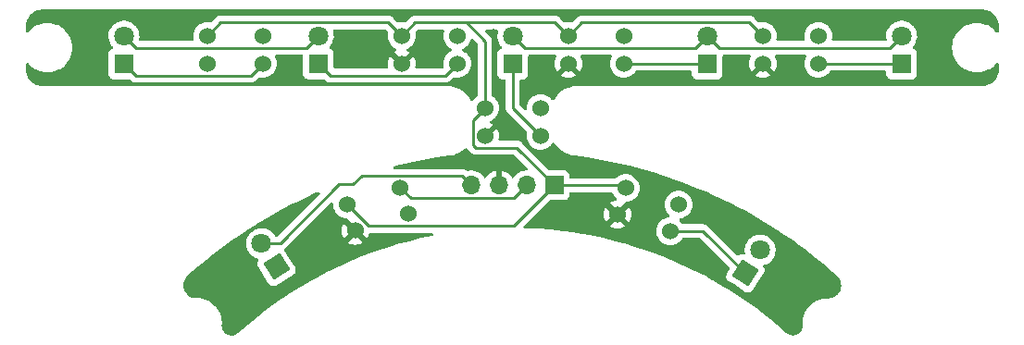
<source format=gbr>
%TF.GenerationSoftware,KiCad,Pcbnew,(6.0.5)*%
%TF.CreationDate,2022-10-18T17:21:11+09:00*%
%TF.ProjectId,line_sensor_front,6c696e65-5f73-4656-9e73-6f725f66726f,rev?*%
%TF.SameCoordinates,Original*%
%TF.FileFunction,Copper,L1,Top*%
%TF.FilePolarity,Positive*%
%FSLAX46Y46*%
G04 Gerber Fmt 4.6, Leading zero omitted, Abs format (unit mm)*
G04 Created by KiCad (PCBNEW (6.0.5)) date 2022-10-18 17:21:11*
%MOMM*%
%LPD*%
G01*
G04 APERTURE LIST*
G04 Aperture macros list*
%AMRotRect*
0 Rectangle, with rotation*
0 The origin of the aperture is its center*
0 $1 length*
0 $2 width*
0 $3 Rotation angle, in degrees counterclockwise*
0 Add horizontal line*
21,1,$1,$2,0,0,$3*%
G04 Aperture macros list end*
%TA.AperFunction,ComponentPad*%
%ADD10C,1.524000*%
%TD*%
%TA.AperFunction,ComponentPad*%
%ADD11R,1.800000X1.800000*%
%TD*%
%TA.AperFunction,ComponentPad*%
%ADD12C,1.800000*%
%TD*%
%TA.AperFunction,ComponentPad*%
%ADD13R,1.700000X1.700000*%
%TD*%
%TA.AperFunction,ComponentPad*%
%ADD14O,1.700000X1.700000*%
%TD*%
%TA.AperFunction,ComponentPad*%
%ADD15RotRect,1.800000X1.800000X57.500000*%
%TD*%
%TA.AperFunction,ComponentPad*%
%ADD16RotRect,1.800000X1.800000X122.500000*%
%TD*%
%TA.AperFunction,ViaPad*%
%ADD17C,0.800000*%
%TD*%
%TA.AperFunction,Conductor*%
%ADD18C,0.250000*%
%TD*%
G04 APERTURE END LIST*
D10*
%TO.P,U7,1,K(-)*%
%TO.N,Net-(U7-Pad1)*%
X166798769Y-111587511D03*
%TO.P,U7,2,VCC*%
%TO.N,Net-(C1-Pad2)*%
X167562562Y-109165070D03*
%TO.P,U7,3,VOUT*%
%TO.N,Net-(J1-Pad1)*%
X162717679Y-107637484D03*
%TO.P,U7,4,GND*%
%TO.N,Net-(C1-Pad1)*%
X161953887Y-110059925D03*
%TD*%
D11*
%TO.P,D2,1,K*%
%TO.N,Net-(D2-Pad1)*%
X134620000Y-96266000D03*
D12*
%TO.P,D2,2,A*%
%TO.N,Net-(D1-Pad2)*%
X134620000Y-93726000D03*
%TD*%
D13*
%TO.P,J1,1,Pin_1*%
%TO.N,Net-(J1-Pad1)*%
X156210000Y-107385000D03*
D14*
%TO.P,J1,2,Pin_2*%
%TO.N,Net-(C1-Pad2)*%
X153670000Y-107385000D03*
%TO.P,J1,3,Pin_3*%
%TO.N,Net-(C1-Pad1)*%
X151130000Y-107385000D03*
%TO.P,J1,4,Pin_4*%
%TO.N,Net-(D1-Pad2)*%
X148590000Y-107385000D03*
%TD*%
D11*
%TO.P,D1,1,K*%
%TO.N,Net-(D1-Pad1)*%
X116840000Y-96271000D03*
D12*
%TO.P,D1,2,A*%
%TO.N,Net-(D1-Pad2)*%
X116840000Y-93731000D03*
%TD*%
D10*
%TO.P,U3,1,K(-)*%
%TO.N,Net-(D3-Pad1)*%
X162560000Y-96264000D03*
%TO.P,U3,2,VCC*%
%TO.N,Net-(C1-Pad2)*%
X162560000Y-93724000D03*
%TO.P,U3,3,VOUT*%
%TO.N,Net-(J1-Pad1)*%
X157480000Y-93724000D03*
%TO.P,U3,4,GND*%
%TO.N,Net-(C1-Pad1)*%
X157480000Y-96264000D03*
%TD*%
D11*
%TO.P,D5,1,K*%
%TO.N,Net-(D5-Pad1)*%
X152400000Y-96271000D03*
D12*
%TO.P,D5,2,A*%
%TO.N,Net-(D1-Pad2)*%
X152400000Y-93731000D03*
%TD*%
D10*
%TO.P,U1,1,K(-)*%
%TO.N,Net-(D1-Pad1)*%
X129540000Y-96264000D03*
%TO.P,U1,2,VCC*%
%TO.N,Net-(C1-Pad2)*%
X129540000Y-93724000D03*
%TO.P,U1,3,VOUT*%
%TO.N,Net-(J1-Pad1)*%
X124460000Y-93724000D03*
%TO.P,U1,4,GND*%
%TO.N,Net-(C1-Pad1)*%
X124460000Y-96264000D03*
%TD*%
%TO.P,U4,1,K(-)*%
%TO.N,Net-(D4-Pad1)*%
X180340000Y-96264000D03*
%TO.P,U4,2,VCC*%
%TO.N,Net-(C1-Pad2)*%
X180340000Y-93724000D03*
%TO.P,U4,3,VOUT*%
%TO.N,Net-(J1-Pad1)*%
X175260000Y-93724000D03*
%TO.P,U4,4,GND*%
%TO.N,Net-(C1-Pad1)*%
X175260000Y-96264000D03*
%TD*%
%TO.P,U6,1,K(-)*%
%TO.N,Net-(D6-Pad1)*%
X142841186Y-110027913D03*
%TO.P,U6,2,VCC*%
%TO.N,Net-(C1-Pad2)*%
X142077394Y-107605472D03*
%TO.P,U6,3,VOUT*%
%TO.N,Net-(J1-Pad1)*%
X137232511Y-109133058D03*
%TO.P,U6,4,GND*%
%TO.N,Net-(C1-Pad1)*%
X137996304Y-111555499D03*
%TD*%
D15*
%TO.P,D7,1,K*%
%TO.N,Net-(U7-Pad1)*%
X173655073Y-115451318D03*
D12*
%TO.P,D7,2,A*%
%TO.N,Net-(D1-Pad2)*%
X175019814Y-113309104D03*
%TD*%
D11*
%TO.P,D4,1,K*%
%TO.N,Net-(D4-Pad1)*%
X187960000Y-96271000D03*
D12*
%TO.P,D4,2,A*%
%TO.N,Net-(D1-Pad2)*%
X187960000Y-93731000D03*
%TD*%
D10*
%TO.P,U5,1,K(-)*%
%TO.N,Net-(D5-Pad1)*%
X154940000Y-102868000D03*
%TO.P,U5,2,VCC*%
%TO.N,Net-(C1-Pad2)*%
X154940000Y-100328000D03*
%TO.P,U5,3,VOUT*%
%TO.N,Net-(J1-Pad1)*%
X149860000Y-100328000D03*
%TO.P,U5,4,GND*%
%TO.N,Net-(C1-Pad1)*%
X149860000Y-102868000D03*
%TD*%
%TO.P,U2,1,K(-)*%
%TO.N,Net-(D2-Pad1)*%
X147320000Y-96264000D03*
%TO.P,U2,2,VCC*%
%TO.N,Net-(C1-Pad2)*%
X147320000Y-93724000D03*
%TO.P,U2,3,VOUT*%
%TO.N,Net-(J1-Pad1)*%
X142240000Y-93724000D03*
%TO.P,U2,4,GND*%
%TO.N,Net-(C1-Pad1)*%
X142240000Y-96264000D03*
%TD*%
D16*
%TO.P,D6,1,K*%
%TO.N,Net-(D6-Pad1)*%
X130787070Y-114858566D03*
D12*
%TO.P,D6,2,A*%
%TO.N,Net-(D1-Pad2)*%
X129422329Y-112716352D03*
%TD*%
D11*
%TO.P,D3,1,K*%
%TO.N,Net-(D3-Pad1)*%
X170180000Y-96271000D03*
D12*
%TO.P,D3,2,A*%
%TO.N,Net-(D1-Pad2)*%
X170180000Y-93731000D03*
%TD*%
D17*
%TO.N,Net-(C1-Pad1)*%
X128270000Y-118618000D03*
X164465000Y-110490000D03*
X160274000Y-97790000D03*
X125476000Y-115570000D03*
X132334000Y-116332000D03*
X131826000Y-96520000D03*
X144272000Y-96266000D03*
X135636000Y-109982000D03*
X137414000Y-94234000D03*
X119634000Y-93218000D03*
X141478000Y-112268000D03*
X145542000Y-105410000D03*
X149860000Y-105410000D03*
X183896000Y-97536000D03*
X131826000Y-110236000D03*
X152400000Y-105410000D03*
X150622000Y-93472000D03*
X140970000Y-94996000D03*
X151638000Y-101346000D03*
X133858000Y-113284000D03*
X166116000Y-97536000D03*
X172974000Y-96266000D03*
X155702000Y-109982000D03*
X159004000Y-109982000D03*
X122682000Y-91948000D03*
X155194000Y-97028000D03*
X183896000Y-92710000D03*
X145034000Y-93726000D03*
X177800000Y-97028000D03*
%TD*%
D18*
%TO.N,Net-(C1-Pad2)*%
X152470000Y-108585000D02*
X143056922Y-108585000D01*
X153670000Y-107385000D02*
X152470000Y-108585000D01*
X143056922Y-108585000D02*
X142077394Y-107605472D01*
%TO.N,Net-(D1-Pad1)*%
X117919511Y-97350511D02*
X128453489Y-97350511D01*
X116840000Y-96271000D02*
X117919511Y-97350511D01*
X128453489Y-97350511D02*
X129540000Y-96264000D01*
%TO.N,Net-(D1-Pad2)*%
X186880489Y-94810511D02*
X187960000Y-93731000D01*
X137795000Y-107315000D02*
X136525000Y-107315000D01*
X134620000Y-93726000D02*
X133535489Y-94810511D01*
X138591039Y-106518961D02*
X137795000Y-107315000D01*
X131123648Y-112716352D02*
X129422329Y-112716352D01*
X147723961Y-106518961D02*
X138591039Y-106518961D01*
X171259511Y-94810511D02*
X186880489Y-94810511D01*
X136525000Y-107315000D02*
X131123648Y-112716352D01*
X170180000Y-93731000D02*
X171259511Y-94810511D01*
X152400000Y-93731000D02*
X153479511Y-94810511D01*
X169100489Y-94810511D02*
X170180000Y-93731000D01*
X133535489Y-94810511D02*
X117919511Y-94810511D01*
X153479511Y-94810511D02*
X169100489Y-94810511D01*
X148590000Y-107385000D02*
X147723961Y-106518961D01*
X117919511Y-94810511D02*
X116840000Y-93731000D01*
%TO.N,Net-(D2-Pad1)*%
X134620000Y-96266000D02*
X135704511Y-97350511D01*
X146233489Y-97350511D02*
X147320000Y-96264000D01*
X135704511Y-97350511D02*
X146233489Y-97350511D01*
%TO.N,Net-(D3-Pad1)*%
X170173000Y-96264000D02*
X170180000Y-96271000D01*
X162560000Y-96264000D02*
X170173000Y-96264000D01*
%TO.N,Net-(D4-Pad1)*%
X187953000Y-96264000D02*
X187960000Y-96271000D01*
X180340000Y-96264000D02*
X187953000Y-96264000D01*
%TO.N,Net-(D5-Pad1)*%
X152400000Y-96271000D02*
X152400000Y-100328000D01*
X152400000Y-100328000D02*
X154940000Y-102868000D01*
%TO.N,Net-(U7-Pad1)*%
X169791266Y-111587511D02*
X173655073Y-115451318D01*
X166798769Y-111587511D02*
X169791266Y-111587511D01*
%TO.N,Net-(J1-Pad1)*%
X149860000Y-100328000D02*
X149860000Y-94207978D01*
X142240000Y-93724000D02*
X141017489Y-92501489D01*
X139224453Y-111125000D02*
X137232511Y-109133058D01*
X149860000Y-94207978D02*
X148158511Y-92506489D01*
X148158511Y-92506489D02*
X156262489Y-92506489D01*
X162465195Y-107385000D02*
X162717679Y-107637484D01*
X152470000Y-111125000D02*
X139224453Y-111125000D01*
X156210000Y-107385000D02*
X152779511Y-103954511D01*
X148773489Y-103688489D02*
X148773489Y-101414511D01*
X149039511Y-103954511D02*
X148773489Y-103688489D01*
X156262489Y-92506489D02*
X157480000Y-93724000D01*
X156210000Y-107385000D02*
X162465195Y-107385000D01*
X148773489Y-101414511D02*
X149860000Y-100328000D01*
X152779511Y-103954511D02*
X149039511Y-103954511D01*
X156210000Y-107385000D02*
X152470000Y-111125000D01*
X174042489Y-92506489D02*
X175260000Y-93724000D01*
X142240000Y-93724000D02*
X143457511Y-92506489D01*
X158697511Y-92506489D02*
X174042489Y-92506489D01*
X125682511Y-92501489D02*
X124460000Y-93724000D01*
X157480000Y-93724000D02*
X158697511Y-92506489D01*
X141017489Y-92501489D02*
X125682511Y-92501489D01*
X143457511Y-92506489D02*
X148158511Y-92506489D01*
%TD*%
%TA.AperFunction,Conductor*%
%TO.N,Net-(C1-Pad1)*%
G36*
X134729840Y-108028342D02*
G01*
X134766534Y-108089121D01*
X134764543Y-108160090D01*
X134733785Y-108210310D01*
X130898148Y-112045947D01*
X130835836Y-112079973D01*
X130809053Y-112082852D01*
X130758688Y-112082852D01*
X130690567Y-112062850D01*
X130652896Y-112025292D01*
X130651075Y-112022477D01*
X130542093Y-111854017D01*
X130386216Y-111682710D01*
X130382165Y-111679511D01*
X130382161Y-111679507D01*
X130208506Y-111542363D01*
X130208501Y-111542360D01*
X130204452Y-111539162D01*
X130199936Y-111536669D01*
X130199933Y-111536667D01*
X130006208Y-111429725D01*
X130006204Y-111429723D01*
X130001684Y-111427228D01*
X129996815Y-111425504D01*
X129996811Y-111425502D01*
X129788232Y-111351640D01*
X129788228Y-111351639D01*
X129783357Y-111349914D01*
X129778264Y-111349007D01*
X129778261Y-111349006D01*
X129560424Y-111310203D01*
X129560418Y-111310202D01*
X129555335Y-111309297D01*
X129482425Y-111308406D01*
X129328910Y-111306531D01*
X129328908Y-111306531D01*
X129323740Y-111306468D01*
X129094793Y-111341502D01*
X128874643Y-111413458D01*
X128870055Y-111415846D01*
X128870051Y-111415848D01*
X128790613Y-111457201D01*
X128669201Y-111520404D01*
X128665068Y-111523507D01*
X128665065Y-111523509D01*
X128498525Y-111648551D01*
X128483984Y-111659469D01*
X128480412Y-111663207D01*
X128336037Y-111814287D01*
X128323968Y-111826916D01*
X128321054Y-111831188D01*
X128321053Y-111831189D01*
X128274111Y-111900003D01*
X128193448Y-112018251D01*
X128095931Y-112228333D01*
X128034036Y-112451521D01*
X128009424Y-112681821D01*
X128009721Y-112686974D01*
X128009721Y-112686977D01*
X128017740Y-112826058D01*
X128022756Y-112913049D01*
X128023893Y-112918095D01*
X128023894Y-112918101D01*
X128051208Y-113039301D01*
X128073675Y-113138994D01*
X128075617Y-113143776D01*
X128075618Y-113143780D01*
X128144116Y-113312469D01*
X128160813Y-113353589D01*
X128281830Y-113551071D01*
X128433476Y-113726136D01*
X128611678Y-113874082D01*
X128811651Y-113990936D01*
X128816476Y-113992778D01*
X128816477Y-113992779D01*
X128879033Y-114016667D01*
X129028023Y-114073561D01*
X129033084Y-114074591D01*
X129033099Y-114074595D01*
X129060910Y-114080253D01*
X129123675Y-114113435D01*
X129158537Y-114175283D01*
X129154427Y-114246160D01*
X129136484Y-114279463D01*
X129094264Y-114335593D01*
X129042897Y-114471892D01*
X129031849Y-114617130D01*
X129062008Y-114759631D01*
X129089721Y-114815704D01*
X129557680Y-115550253D01*
X130096083Y-116395376D01*
X130108585Y-116415001D01*
X130110714Y-116417658D01*
X130110718Y-116417664D01*
X130142754Y-116457651D01*
X130142757Y-116457654D01*
X130147693Y-116463815D01*
X130264097Y-116551372D01*
X130272495Y-116554537D01*
X130280156Y-116557424D01*
X130400396Y-116602739D01*
X130409339Y-116603419D01*
X130409342Y-116603420D01*
X130492164Y-116609720D01*
X130545634Y-116613787D01*
X130616410Y-116598808D01*
X130680406Y-116585264D01*
X130680408Y-116585263D01*
X130688135Y-116583628D01*
X130744208Y-116555915D01*
X131678939Y-115960426D01*
X132340625Y-115538886D01*
X132340628Y-115538884D01*
X132343505Y-115537051D01*
X132346162Y-115534922D01*
X132346168Y-115534918D01*
X132386155Y-115502882D01*
X132386158Y-115502879D01*
X132392319Y-115497943D01*
X132397311Y-115491307D01*
X132474480Y-115388713D01*
X132474480Y-115388712D01*
X132479876Y-115381539D01*
X132531243Y-115245240D01*
X132534614Y-115200933D01*
X132541610Y-115108951D01*
X132542291Y-115100002D01*
X132512132Y-114957501D01*
X132484419Y-114901428D01*
X132088184Y-114279463D01*
X131507522Y-113368005D01*
X131487790Y-113299805D01*
X131508062Y-113231764D01*
X131524694Y-113211210D01*
X131529331Y-113206573D01*
X131544365Y-113193732D01*
X131554342Y-113186483D01*
X131560755Y-113181824D01*
X131588946Y-113147747D01*
X131596936Y-113138968D01*
X132121628Y-112614276D01*
X137302081Y-112614276D01*
X137311378Y-112626292D01*
X137354373Y-112656397D01*
X137363859Y-112661875D01*
X137555297Y-112751144D01*
X137565589Y-112754890D01*
X137769613Y-112809558D01*
X137780408Y-112811461D01*
X137990829Y-112829871D01*
X138001779Y-112829871D01*
X138212200Y-112811461D01*
X138222995Y-112809558D01*
X138427019Y-112754890D01*
X138437311Y-112751144D01*
X138628749Y-112661875D01*
X138638235Y-112656397D01*
X138682068Y-112625706D01*
X138690443Y-112615228D01*
X138683375Y-112601780D01*
X138009116Y-111927521D01*
X137995172Y-111919907D01*
X137993339Y-111920038D01*
X137986724Y-111924289D01*
X137308511Y-112602502D01*
X137302081Y-112614276D01*
X132121628Y-112614276D01*
X133174930Y-111560974D01*
X136721932Y-111560974D01*
X136740342Y-111771395D01*
X136742245Y-111782190D01*
X136796913Y-111986214D01*
X136800659Y-111996506D01*
X136889927Y-112187940D01*
X136895407Y-112197431D01*
X136926098Y-112241264D01*
X136936575Y-112249639D01*
X136950022Y-112242571D01*
X137624282Y-111568311D01*
X137631896Y-111554367D01*
X137631765Y-111552534D01*
X137627514Y-111545919D01*
X136949301Y-110867706D01*
X136937527Y-110861276D01*
X136925511Y-110870573D01*
X136895407Y-110913567D01*
X136889927Y-110923058D01*
X136800659Y-111114492D01*
X136796913Y-111124784D01*
X136742245Y-111328808D01*
X136740342Y-111339603D01*
X136721932Y-111550024D01*
X136721932Y-111560974D01*
X133174930Y-111560974D01*
X135746341Y-108989563D01*
X135808653Y-108955537D01*
X135879468Y-108960602D01*
X135936304Y-109003149D01*
X135961115Y-109069669D01*
X135960956Y-109089641D01*
X135957637Y-109127574D01*
X135957637Y-109127583D01*
X135957158Y-109133058D01*
X135976533Y-109354521D01*
X135996084Y-109427484D01*
X136022321Y-109525401D01*
X136034071Y-109569254D01*
X136036393Y-109574235D01*
X136036394Y-109574236D01*
X136125697Y-109765747D01*
X136125700Y-109765752D01*
X136128023Y-109770734D01*
X136131179Y-109775241D01*
X136131180Y-109775243D01*
X136179345Y-109844029D01*
X136255534Y-109952839D01*
X136412730Y-110110035D01*
X136417238Y-110113192D01*
X136417241Y-110113194D01*
X136462959Y-110145206D01*
X136594834Y-110237546D01*
X136599816Y-110239869D01*
X136599821Y-110239872D01*
X136791333Y-110329175D01*
X136796315Y-110331498D01*
X136801623Y-110332920D01*
X136801625Y-110332921D01*
X136867460Y-110350561D01*
X137011048Y-110389036D01*
X137188852Y-110404591D01*
X137254969Y-110430454D01*
X137289402Y-110471489D01*
X137309233Y-110509218D01*
X139043307Y-112243292D01*
X139055081Y-112249722D01*
X139067097Y-112240425D01*
X139097201Y-112197431D01*
X139102681Y-112187940D01*
X139191949Y-111996506D01*
X139195695Y-111986214D01*
X139231687Y-111851889D01*
X139268639Y-111791266D01*
X139332499Y-111760245D01*
X139353394Y-111758500D01*
X145011835Y-111758500D01*
X145079956Y-111778502D01*
X145126449Y-111832158D01*
X145136553Y-111902432D01*
X145107059Y-111967012D01*
X145047333Y-112005396D01*
X145037735Y-112007809D01*
X144052075Y-112214843D01*
X144051104Y-112215080D01*
X144051084Y-112215084D01*
X143649511Y-112312878D01*
X142891577Y-112497455D01*
X141740664Y-112816869D01*
X141739708Y-112817167D01*
X141739706Y-112817168D01*
X141606818Y-112858648D01*
X140600504Y-113172761D01*
X140599645Y-113173059D01*
X140599616Y-113173069D01*
X139476277Y-113563372D01*
X139472251Y-113564771D01*
X139471348Y-113565117D01*
X139471338Y-113565121D01*
X138357965Y-113992150D01*
X138357941Y-113992160D01*
X138357051Y-113992501D01*
X138356156Y-113992877D01*
X138356147Y-113992881D01*
X137256918Y-114455145D01*
X137256897Y-114455154D01*
X137256032Y-114455518D01*
X136923091Y-114608181D01*
X136171213Y-114952938D01*
X136171196Y-114952946D01*
X136170313Y-114953351D01*
X136169451Y-114953780D01*
X136169430Y-114953790D01*
X135261939Y-115405402D01*
X135100992Y-115485497D01*
X134049155Y-116051416D01*
X133015867Y-116650534D01*
X132002177Y-117282243D01*
X131698116Y-117485446D01*
X131012620Y-117943560D01*
X131009111Y-117945905D01*
X130037677Y-118640844D01*
X129732940Y-118873861D01*
X129412886Y-119118591D01*
X129088859Y-119366358D01*
X129088087Y-119366989D01*
X129088081Y-119366993D01*
X128164374Y-120121093D01*
X128164351Y-120121112D01*
X128163619Y-120121710D01*
X128162886Y-120122348D01*
X128162871Y-120122361D01*
X127277186Y-120893691D01*
X127274037Y-120896236D01*
X127272024Y-120897514D01*
X127267515Y-120901471D01*
X127267286Y-120901620D01*
X127267108Y-120901828D01*
X127262588Y-120905794D01*
X127259469Y-120909526D01*
X127259467Y-120909528D01*
X127258455Y-120910739D01*
X127256424Y-120912646D01*
X127256066Y-120913012D01*
X127256050Y-120912996D01*
X127236314Y-120931521D01*
X127133493Y-121006955D01*
X127111954Y-121019676D01*
X126974159Y-121083548D01*
X126950527Y-121091764D01*
X126895420Y-121104967D01*
X126802827Y-121127150D01*
X126778043Y-121130535D01*
X126706922Y-121133114D01*
X126626262Y-121136039D01*
X126601293Y-121134459D01*
X126526356Y-121122163D01*
X126451417Y-121109865D01*
X126427255Y-121103384D01*
X126285194Y-121049661D01*
X126262795Y-121038536D01*
X126134133Y-120957792D01*
X126114381Y-120942464D01*
X126004223Y-120837901D01*
X125987877Y-120818962D01*
X125900553Y-120694697D01*
X125888271Y-120672899D01*
X125827223Y-120533832D01*
X125819490Y-120510036D01*
X125787124Y-120361644D01*
X125784246Y-120336792D01*
X125782312Y-120214889D01*
X125784178Y-120191196D01*
X125784387Y-120190003D01*
X125785592Y-120185287D01*
X125786166Y-120179311D01*
X125786230Y-120179047D01*
X125786217Y-120178775D01*
X125786792Y-120172791D01*
X125786244Y-120163455D01*
X125786063Y-120153064D01*
X125786875Y-120119066D01*
X125792040Y-119902731D01*
X125766277Y-119633926D01*
X125732630Y-119479828D01*
X125709476Y-119373785D01*
X125709474Y-119373778D01*
X125708672Y-119370105D01*
X125707156Y-119365740D01*
X125664358Y-119242566D01*
X125620045Y-119115027D01*
X125501659Y-118872324D01*
X125467576Y-118819528D01*
X125357242Y-118648617D01*
X125357236Y-118648609D01*
X125355200Y-118645455D01*
X125220348Y-118482951D01*
X125185164Y-118440552D01*
X125185158Y-118440546D01*
X125182756Y-118437651D01*
X124986781Y-118251872D01*
X124770069Y-118090765D01*
X124535706Y-117956624D01*
X124532245Y-117955159D01*
X124532237Y-117955155D01*
X124290496Y-117852829D01*
X124290494Y-117852828D01*
X124287030Y-117851362D01*
X124027585Y-117776476D01*
X124023880Y-117775872D01*
X124023875Y-117775871D01*
X123764777Y-117733640D01*
X123764776Y-117733640D01*
X123761065Y-117733035D01*
X123757314Y-117732877D01*
X123757306Y-117732876D01*
X123527674Y-117723191D01*
X123514269Y-117721905D01*
X123508624Y-117721057D01*
X123508613Y-117721056D01*
X123503799Y-117720333D01*
X123497787Y-117720365D01*
X123497518Y-117720328D01*
X123497249Y-117720368D01*
X123491246Y-117720400D01*
X123486437Y-117721175D01*
X123486427Y-117721176D01*
X123482892Y-117721746D01*
X123454137Y-117723050D01*
X123296276Y-117712111D01*
X123274705Y-117708719D01*
X123095554Y-117664365D01*
X123074894Y-117657301D01*
X122944533Y-117599678D01*
X122906082Y-117582681D01*
X122886961Y-117572162D01*
X122733566Y-117469518D01*
X122716542Y-117455851D01*
X122583168Y-117328263D01*
X122568761Y-117311864D01*
X122490810Y-117205858D01*
X122459422Y-117163173D01*
X122448060Y-117144528D01*
X122366033Y-116979194D01*
X122358060Y-116958867D01*
X122305808Y-116781854D01*
X122301464Y-116760456D01*
X122280556Y-116577078D01*
X122279972Y-116555250D01*
X122291036Y-116371025D01*
X122294228Y-116349425D01*
X122336934Y-116169866D01*
X122343808Y-116149142D01*
X122416870Y-115979654D01*
X122427219Y-115960426D01*
X122528443Y-115806100D01*
X122541955Y-115788949D01*
X122632297Y-115692754D01*
X122647742Y-115676308D01*
X122658839Y-115667034D01*
X122658639Y-115666814D01*
X122666136Y-115660025D01*
X122674626Y-115654517D01*
X122674630Y-115654512D01*
X122674632Y-115654511D01*
X122682229Y-115645686D01*
X122682231Y-115645684D01*
X122692633Y-115633600D01*
X122705451Y-115620719D01*
X123636966Y-114810788D01*
X123639726Y-114808457D01*
X124355939Y-114220912D01*
X124623000Y-114001829D01*
X124625815Y-113999586D01*
X124636999Y-113990936D01*
X124975080Y-113729438D01*
X125631830Y-113221457D01*
X125634718Y-113219289D01*
X126662605Y-112470328D01*
X126665555Y-112468243D01*
X127593278Y-111832158D01*
X127714471Y-111749063D01*
X127717475Y-111747066D01*
X127817361Y-111682710D01*
X128167368Y-111457201D01*
X128786586Y-111058240D01*
X128789650Y-111056327D01*
X129121134Y-110855960D01*
X129878099Y-110398410D01*
X129881161Y-110396618D01*
X130876593Y-109833234D01*
X130988057Y-109770149D01*
X130991226Y-109768416D01*
X131358495Y-109574236D01*
X132115531Y-109173981D01*
X132118704Y-109172360D01*
X132752796Y-108860026D01*
X133259669Y-108610356D01*
X133262932Y-108608807D01*
X134419473Y-108079766D01*
X134422755Y-108078321D01*
X134595584Y-108005179D01*
X134666112Y-107997049D01*
X134729840Y-108028342D01*
G37*
%TD.AperFunction*%
%TA.AperFunction,Conductor*%
G36*
X151004586Y-93159991D02*
G01*
X151051079Y-93213647D01*
X151061183Y-93283921D01*
X151057883Y-93299661D01*
X151013086Y-93461196D01*
X151011707Y-93466169D01*
X150987095Y-93696469D01*
X150987392Y-93701622D01*
X150987392Y-93701625D01*
X150996511Y-93859786D01*
X151000427Y-93927697D01*
X151001564Y-93932743D01*
X151001565Y-93932749D01*
X151026143Y-94041809D01*
X151051346Y-94153642D01*
X151053288Y-94158424D01*
X151053289Y-94158428D01*
X151133795Y-94356689D01*
X151138484Y-94368237D01*
X151259501Y-94565719D01*
X151321946Y-94637808D01*
X151371304Y-94694788D01*
X151400786Y-94759373D01*
X151390671Y-94829646D01*
X151344170Y-94883294D01*
X151320296Y-94895267D01*
X151275043Y-94912232D01*
X151253295Y-94920385D01*
X151136739Y-95007739D01*
X151049385Y-95124295D01*
X150998255Y-95260684D01*
X150991500Y-95322866D01*
X150991500Y-97219134D01*
X150998255Y-97281316D01*
X151049385Y-97417705D01*
X151136739Y-97534261D01*
X151253295Y-97621615D01*
X151389684Y-97672745D01*
X151451866Y-97679500D01*
X151640500Y-97679500D01*
X151708621Y-97699502D01*
X151755114Y-97753158D01*
X151766500Y-97805500D01*
X151766500Y-100249233D01*
X151765973Y-100260416D01*
X151764298Y-100267909D01*
X151764547Y-100275835D01*
X151764547Y-100275836D01*
X151766438Y-100335986D01*
X151766500Y-100339945D01*
X151766500Y-100367856D01*
X151766997Y-100371790D01*
X151766997Y-100371791D01*
X151767005Y-100371856D01*
X151767938Y-100383693D01*
X151769327Y-100427889D01*
X151774978Y-100447339D01*
X151778987Y-100466700D01*
X151781526Y-100486797D01*
X151784445Y-100494168D01*
X151784445Y-100494170D01*
X151797804Y-100527912D01*
X151801649Y-100539142D01*
X151806191Y-100554776D01*
X151813982Y-100581593D01*
X151818015Y-100588412D01*
X151818017Y-100588417D01*
X151824293Y-100599028D01*
X151832988Y-100616776D01*
X151840448Y-100635617D01*
X151845110Y-100642033D01*
X151845110Y-100642034D01*
X151866436Y-100671387D01*
X151872952Y-100681307D01*
X151895458Y-100719362D01*
X151909779Y-100733683D01*
X151922619Y-100748716D01*
X151934528Y-100765107D01*
X151968605Y-100793298D01*
X151977384Y-100801288D01*
X153661874Y-102485778D01*
X153695900Y-102548090D01*
X153694486Y-102607484D01*
X153684022Y-102646537D01*
X153664647Y-102868000D01*
X153684022Y-103089463D01*
X153741560Y-103304196D01*
X153743882Y-103309177D01*
X153743883Y-103309178D01*
X153833186Y-103500689D01*
X153833189Y-103500694D01*
X153835512Y-103505676D01*
X153838668Y-103510183D01*
X153838669Y-103510185D01*
X153959861Y-103683265D01*
X153963023Y-103687781D01*
X154120219Y-103844977D01*
X154124727Y-103848134D01*
X154124730Y-103848136D01*
X154200495Y-103901187D01*
X154302323Y-103972488D01*
X154307305Y-103974811D01*
X154307310Y-103974814D01*
X154498822Y-104064117D01*
X154503804Y-104066440D01*
X154509112Y-104067862D01*
X154509114Y-104067863D01*
X154553854Y-104079851D01*
X154718537Y-104123978D01*
X154940000Y-104143353D01*
X155161463Y-104123978D01*
X155326146Y-104079851D01*
X155370886Y-104067863D01*
X155370888Y-104067862D01*
X155376196Y-104066440D01*
X155381178Y-104064117D01*
X155572690Y-103974814D01*
X155572695Y-103974811D01*
X155577677Y-103972488D01*
X155679505Y-103901187D01*
X155755270Y-103848136D01*
X155755273Y-103848134D01*
X155759781Y-103844977D01*
X155916977Y-103687781D01*
X155920136Y-103683270D01*
X155920140Y-103683265D01*
X156024582Y-103534105D01*
X156080039Y-103489776D01*
X156150658Y-103482467D01*
X156214018Y-103514497D01*
X156235798Y-103541480D01*
X156248283Y-103562258D01*
X156274287Y-103605536D01*
X156459736Y-103843853D01*
X156462405Y-103846543D01*
X156462406Y-103846544D01*
X156669758Y-104055515D01*
X156669765Y-104055522D01*
X156672430Y-104058207D01*
X156675395Y-104060552D01*
X156675399Y-104060555D01*
X156798086Y-104157565D01*
X156909298Y-104245502D01*
X156912515Y-104247469D01*
X156912519Y-104247472D01*
X157163688Y-104401060D01*
X157163692Y-104401062D01*
X157166920Y-104403036D01*
X157441578Y-104528533D01*
X157729305Y-104620181D01*
X157733017Y-104620888D01*
X157733022Y-104620889D01*
X157896004Y-104651919D01*
X157995645Y-104670889D01*
X158008677Y-104674099D01*
X158013435Y-104675543D01*
X158019390Y-104676383D01*
X158019651Y-104676459D01*
X158019923Y-104676458D01*
X158025865Y-104677297D01*
X158030737Y-104677228D01*
X158030742Y-104677228D01*
X158049505Y-104676961D01*
X158069172Y-104678223D01*
X159288589Y-104852998D01*
X159292161Y-104853562D01*
X160546726Y-105070279D01*
X160550280Y-105070945D01*
X161798162Y-105323583D01*
X161801695Y-105324352D01*
X163041730Y-105612672D01*
X163045240Y-105613541D01*
X164276557Y-105937341D01*
X164280039Y-105938311D01*
X165501532Y-106297302D01*
X165504945Y-106298358D01*
X165870486Y-106417285D01*
X166715663Y-106692260D01*
X166719085Y-106693428D01*
X167322039Y-106908917D01*
X167917970Y-107121896D01*
X167921321Y-107123147D01*
X169107469Y-107585860D01*
X169110811Y-107587220D01*
X170273722Y-108079766D01*
X170283114Y-108083744D01*
X170286411Y-108085196D01*
X170691625Y-108270710D01*
X171444086Y-108615200D01*
X171447351Y-108616753D01*
X172589253Y-109179713D01*
X172592427Y-109181334D01*
X173001378Y-109397750D01*
X173717761Y-109776859D01*
X173720932Y-109778596D01*
X174467488Y-110201526D01*
X174815056Y-110398426D01*
X174828653Y-110406129D01*
X174831767Y-110407952D01*
X175800051Y-110993816D01*
X175921081Y-111067046D01*
X175924136Y-111068955D01*
X176875750Y-111682710D01*
X176994062Y-111759017D01*
X176997072Y-111761020D01*
X178046752Y-112481495D01*
X178049704Y-112483584D01*
X178609185Y-112891699D01*
X179075377Y-113231764D01*
X179078276Y-113233879D01*
X179081166Y-113236052D01*
X180087802Y-114015565D01*
X180090629Y-114017819D01*
X181074469Y-114825884D01*
X181077227Y-114828217D01*
X181633045Y-115312094D01*
X182003345Y-115634466D01*
X182018139Y-115649721D01*
X182030675Y-115665046D01*
X182030683Y-115665052D01*
X182030690Y-115665060D01*
X182039260Y-115670931D01*
X182041261Y-115672302D01*
X182061969Y-115690072D01*
X182172859Y-115808359D01*
X182186381Y-115825560D01*
X182287648Y-115980396D01*
X182297991Y-115999684D01*
X182370937Y-116169712D01*
X182377784Y-116190493D01*
X182420203Y-116370573D01*
X182423352Y-116392231D01*
X182433969Y-116576930D01*
X182433323Y-116598808D01*
X182411817Y-116782564D01*
X182407394Y-116804000D01*
X182354412Y-116981260D01*
X182346346Y-117001607D01*
X182263492Y-117167017D01*
X182252028Y-117185661D01*
X182141793Y-117334248D01*
X182127274Y-117350627D01*
X182008258Y-117463424D01*
X181992993Y-117477891D01*
X181975861Y-117491508D01*
X181898721Y-117542562D01*
X181821583Y-117593614D01*
X181802351Y-117604063D01*
X181695610Y-117650547D01*
X181669927Y-117661732D01*
X181632729Y-117677931D01*
X181611981Y-117684893D01*
X181522056Y-117706594D01*
X181432133Y-117728294D01*
X181410491Y-117731561D01*
X181258966Y-117741099D01*
X181236764Y-117740535D01*
X181232377Y-117740034D01*
X181227605Y-117739112D01*
X181221555Y-117738892D01*
X181221286Y-117738843D01*
X181221014Y-117738872D01*
X181215060Y-117738655D01*
X181204253Y-117739937D01*
X181193900Y-117740733D01*
X181080777Y-117744752D01*
X180945204Y-117749569D01*
X180941491Y-117750149D01*
X180941490Y-117750149D01*
X180682161Y-117790650D01*
X180682156Y-117790651D01*
X180678443Y-117791231D01*
X180418544Y-117864375D01*
X180169210Y-117967960D01*
X179933991Y-118100509D01*
X179716238Y-118260136D01*
X179519052Y-118444567D01*
X179345240Y-118651175D01*
X179272413Y-118762337D01*
X179202431Y-118869156D01*
X179197280Y-118877018D01*
X179195607Y-118880389D01*
X179195604Y-118880395D01*
X179078947Y-119115511D01*
X179078944Y-119115519D01*
X179077277Y-119118878D01*
X178986941Y-119373312D01*
X178927559Y-119636696D01*
X178927176Y-119640429D01*
X178900624Y-119898982D01*
X178899977Y-119905278D01*
X178902969Y-120080495D01*
X178903964Y-120138802D01*
X178903473Y-120152262D01*
X178902523Y-120162803D01*
X178902911Y-120168800D01*
X178902890Y-120169067D01*
X178902945Y-120169329D01*
X178903333Y-120175330D01*
X178904393Y-120180091D01*
X178904393Y-120180093D01*
X178904741Y-120181657D01*
X178905020Y-120184489D01*
X178905079Y-120184900D01*
X178905061Y-120184903D01*
X178907719Y-120211851D01*
X178904876Y-120338854D01*
X178901851Y-120363619D01*
X178868696Y-120511388D01*
X178860852Y-120535069D01*
X178799235Y-120673407D01*
X178786880Y-120695076D01*
X178716550Y-120794143D01*
X178699213Y-120818564D01*
X178682828Y-120837377D01*
X178572553Y-120941168D01*
X178552783Y-120956384D01*
X178424218Y-121036415D01*
X178401838Y-121047437D01*
X178260031Y-121100567D01*
X178235917Y-121106965D01*
X178176839Y-121116508D01*
X178086404Y-121131116D01*
X178061512Y-121132636D01*
X177985847Y-121129746D01*
X177910186Y-121126857D01*
X177885473Y-121123442D01*
X177738244Y-121087959D01*
X177714692Y-121079743D01*
X177577339Y-121015948D01*
X177555877Y-121003258D01*
X177458065Y-120931470D01*
X177440350Y-120915699D01*
X177439407Y-120914685D01*
X177436373Y-120910870D01*
X177431964Y-120906808D01*
X177431791Y-120906596D01*
X177431565Y-120906441D01*
X177427141Y-120902365D01*
X177424337Y-120900487D01*
X177423200Y-120899545D01*
X176526760Y-120119066D01*
X176526002Y-120118406D01*
X176498144Y-120095669D01*
X175927892Y-119630254D01*
X175600659Y-119363180D01*
X174651742Y-118637796D01*
X173680213Y-117942989D01*
X173679407Y-117942450D01*
X173679386Y-117942436D01*
X172687907Y-117280032D01*
X172687883Y-117280017D01*
X172687056Y-117279464D01*
X172574159Y-117209130D01*
X172002857Y-116853216D01*
X171673280Y-116647893D01*
X171672434Y-116647402D01*
X171672413Y-116647390D01*
X170711988Y-116090695D01*
X170639910Y-116048916D01*
X170639073Y-116048466D01*
X170639059Y-116048458D01*
X169994356Y-115701703D01*
X169587996Y-115483141D01*
X169587078Y-115482684D01*
X169587060Y-115482675D01*
X168519526Y-114951600D01*
X168519492Y-114951584D01*
X168518602Y-114951141D01*
X167432815Y-114453456D01*
X166331733Y-113990590D01*
X165216474Y-113563012D01*
X164088168Y-113171157D01*
X163098491Y-112862385D01*
X162948908Y-112815716D01*
X162948903Y-112815715D01*
X162947959Y-112815420D01*
X161797002Y-112496163D01*
X161796068Y-112495936D01*
X161796050Y-112495931D01*
X160637457Y-112213950D01*
X160637445Y-112213947D01*
X160636466Y-112213709D01*
X160635517Y-112213510D01*
X160635487Y-112213503D01*
X159837226Y-112045947D01*
X159467525Y-111968346D01*
X158291366Y-111760320D01*
X158002713Y-111718695D01*
X157110174Y-111589987D01*
X157110153Y-111589984D01*
X157109180Y-111589844D01*
X157088319Y-111587511D01*
X165523416Y-111587511D01*
X165542791Y-111808974D01*
X165567182Y-111900003D01*
X165595423Y-112005396D01*
X165600329Y-112023707D01*
X165602651Y-112028688D01*
X165602652Y-112028689D01*
X165691955Y-112220200D01*
X165691958Y-112220205D01*
X165694281Y-112225187D01*
X165697437Y-112229694D01*
X165697438Y-112229696D01*
X165782690Y-112351448D01*
X165821792Y-112407292D01*
X165978988Y-112564488D01*
X165983496Y-112567645D01*
X165983499Y-112567647D01*
X166032246Y-112601780D01*
X166161092Y-112691999D01*
X166166074Y-112694322D01*
X166166079Y-112694325D01*
X166295962Y-112754890D01*
X166362573Y-112785951D01*
X166367881Y-112787373D01*
X166367883Y-112787374D01*
X166433718Y-112805014D01*
X166577306Y-112843489D01*
X166798769Y-112862864D01*
X167020232Y-112843489D01*
X167163820Y-112805014D01*
X167229655Y-112787374D01*
X167229657Y-112787373D01*
X167234965Y-112785951D01*
X167301576Y-112754890D01*
X167431459Y-112694325D01*
X167431464Y-112694322D01*
X167436446Y-112691999D01*
X167565292Y-112601780D01*
X167614039Y-112567647D01*
X167614042Y-112567645D01*
X167618550Y-112564488D01*
X167775746Y-112407292D01*
X167814849Y-112351448D01*
X167868560Y-112274740D01*
X167924017Y-112230412D01*
X167971773Y-112221011D01*
X169476672Y-112221011D01*
X169544793Y-112241013D01*
X169565767Y-112257916D01*
X172214781Y-114906930D01*
X172248807Y-114969242D01*
X172243742Y-115040057D01*
X172231953Y-115063725D01*
X171962955Y-115485969D01*
X171957724Y-115494180D01*
X171930011Y-115550253D01*
X171899852Y-115692754D01*
X171900533Y-115701703D01*
X171909955Y-115825567D01*
X171910900Y-115837992D01*
X171962267Y-115974291D01*
X171967663Y-115981464D01*
X171967663Y-115981465D01*
X172018399Y-116048916D01*
X172049824Y-116090695D01*
X172055985Y-116095631D01*
X172055988Y-116095634D01*
X172095975Y-116127670D01*
X172095981Y-116127674D01*
X172098638Y-116129803D01*
X172101515Y-116131636D01*
X172101518Y-116131638D01*
X172622932Y-116463815D01*
X173697935Y-117148667D01*
X173754008Y-117176380D01*
X173761735Y-117178015D01*
X173761737Y-117178016D01*
X173826281Y-117191676D01*
X173896509Y-117206539D01*
X173949979Y-117202472D01*
X174032801Y-117196172D01*
X174032804Y-117196171D01*
X174041747Y-117195491D01*
X174161987Y-117150176D01*
X174169648Y-117147289D01*
X174178046Y-117144124D01*
X174294450Y-117056567D01*
X174299386Y-117050406D01*
X174299389Y-117050403D01*
X174331425Y-117010416D01*
X174331429Y-117010410D01*
X174333558Y-117007753D01*
X174337474Y-117001607D01*
X174880553Y-116149142D01*
X175352422Y-115408456D01*
X175380135Y-115352383D01*
X175410294Y-115209882D01*
X175406227Y-115156412D01*
X175399927Y-115073590D01*
X175399926Y-115073587D01*
X175399246Y-115064644D01*
X175347879Y-114928345D01*
X175329640Y-114904096D01*
X175304929Y-114871244D01*
X175279966Y-114804781D01*
X175294898Y-114735372D01*
X175344985Y-114685055D01*
X175369413Y-114674819D01*
X175535504Y-114624990D01*
X175540138Y-114622720D01*
X175738863Y-114525366D01*
X175738866Y-114525364D01*
X175743498Y-114523095D01*
X175932057Y-114388598D01*
X176096117Y-114225109D01*
X176231272Y-114037021D01*
X176249232Y-114000683D01*
X176331598Y-113834026D01*
X176331599Y-113834024D01*
X176333892Y-113829384D01*
X176401222Y-113607775D01*
X176431454Y-113378145D01*
X176431702Y-113368005D01*
X176433059Y-113312469D01*
X176433059Y-113312465D01*
X176433141Y-113309104D01*
X176419549Y-113143780D01*
X176414587Y-113083422D01*
X176414586Y-113083416D01*
X176414163Y-113078271D01*
X176371364Y-112907881D01*
X176358998Y-112858648D01*
X176358997Y-112858644D01*
X176357739Y-112853637D01*
X176353327Y-112843489D01*
X176267444Y-112645972D01*
X176267442Y-112645969D01*
X176265384Y-112641235D01*
X176139578Y-112446769D01*
X176123441Y-112429034D01*
X176052843Y-112351448D01*
X175983701Y-112275462D01*
X175979650Y-112272263D01*
X175979646Y-112272259D01*
X175805991Y-112135115D01*
X175805986Y-112135112D01*
X175801937Y-112131914D01*
X175797421Y-112129421D01*
X175797418Y-112129419D01*
X175603693Y-112022477D01*
X175603689Y-112022475D01*
X175599169Y-112019980D01*
X175594300Y-112018256D01*
X175594296Y-112018254D01*
X175385717Y-111944392D01*
X175385713Y-111944391D01*
X175380842Y-111942666D01*
X175375749Y-111941759D01*
X175375746Y-111941758D01*
X175157909Y-111902955D01*
X175157903Y-111902954D01*
X175152820Y-111902049D01*
X175079910Y-111901158D01*
X174926395Y-111899283D01*
X174926393Y-111899283D01*
X174921225Y-111899220D01*
X174692278Y-111934254D01*
X174472128Y-112006210D01*
X174467540Y-112008598D01*
X174467536Y-112008600D01*
X174271275Y-112110767D01*
X174266686Y-112113156D01*
X174262553Y-112116259D01*
X174262550Y-112116261D01*
X174093361Y-112243292D01*
X174081469Y-112252221D01*
X174077897Y-112255959D01*
X173937591Y-112402781D01*
X173921453Y-112419668D01*
X173918539Y-112423940D01*
X173918538Y-112423941D01*
X173888317Y-112468243D01*
X173790933Y-112611003D01*
X173693416Y-112821085D01*
X173631521Y-113044273D01*
X173606909Y-113274573D01*
X173607206Y-113279726D01*
X173607206Y-113279729D01*
X173612881Y-113378145D01*
X173620241Y-113505801D01*
X173621378Y-113510847D01*
X173621379Y-113510853D01*
X173632432Y-113559896D01*
X173627896Y-113630748D01*
X173585774Y-113687899D01*
X173519441Y-113713205D01*
X173483426Y-113710867D01*
X173455281Y-113704911D01*
X173413637Y-113696097D01*
X173360167Y-113700164D01*
X173277345Y-113706464D01*
X173277342Y-113706465D01*
X173268399Y-113707145D01*
X173228375Y-113722229D01*
X173144155Y-113753969D01*
X173132100Y-113758512D01*
X173063218Y-113810324D01*
X172996757Y-113835287D01*
X172927349Y-113820355D01*
X172898384Y-113798724D01*
X170294918Y-111195258D01*
X170287378Y-111186972D01*
X170283266Y-111180493D01*
X170233614Y-111133867D01*
X170230773Y-111131113D01*
X170211036Y-111111376D01*
X170207839Y-111108896D01*
X170198817Y-111101191D01*
X170166587Y-111070925D01*
X170159641Y-111067106D01*
X170159638Y-111067104D01*
X170148832Y-111061163D01*
X170132313Y-111050312D01*
X170131849Y-111049952D01*
X170116307Y-111037897D01*
X170109038Y-111034752D01*
X170109034Y-111034749D01*
X170075729Y-111020337D01*
X170065079Y-111015120D01*
X170026326Y-110993816D01*
X170006703Y-110988778D01*
X169988000Y-110982374D01*
X169976686Y-110977478D01*
X169976685Y-110977478D01*
X169969411Y-110974330D01*
X169961588Y-110973091D01*
X169961578Y-110973088D01*
X169925742Y-110967412D01*
X169914122Y-110965006D01*
X169878977Y-110955983D01*
X169878976Y-110955983D01*
X169871296Y-110954011D01*
X169851042Y-110954011D01*
X169831331Y-110952460D01*
X169819152Y-110950531D01*
X169811323Y-110949291D01*
X169803431Y-110950037D01*
X169767305Y-110953452D01*
X169755447Y-110954011D01*
X167971773Y-110954011D01*
X167903652Y-110934009D01*
X167868560Y-110900282D01*
X167778905Y-110772241D01*
X167778903Y-110772238D01*
X167775746Y-110767730D01*
X167648686Y-110640670D01*
X167614660Y-110578358D01*
X167619725Y-110507543D01*
X167662272Y-110450707D01*
X167726800Y-110426054D01*
X167784025Y-110421048D01*
X167927613Y-110382573D01*
X167993448Y-110364933D01*
X167993450Y-110364932D01*
X167998758Y-110363510D01*
X168003740Y-110361187D01*
X168195252Y-110271884D01*
X168195257Y-110271881D01*
X168200239Y-110269558D01*
X168336391Y-110174223D01*
X168377832Y-110145206D01*
X168377835Y-110145204D01*
X168382343Y-110142047D01*
X168539539Y-109984851D01*
X168559226Y-109956736D01*
X168663893Y-109807255D01*
X168663894Y-109807253D01*
X168667050Y-109802746D01*
X168669373Y-109797764D01*
X168669376Y-109797759D01*
X168758679Y-109606248D01*
X168758680Y-109606247D01*
X168761002Y-109601266D01*
X168771003Y-109563944D01*
X168817116Y-109391846D01*
X168818540Y-109386533D01*
X168837915Y-109165070D01*
X168818540Y-108943607D01*
X168765793Y-108746753D01*
X168762425Y-108734184D01*
X168762424Y-108734182D01*
X168761002Y-108728874D01*
X168750710Y-108706803D01*
X168669376Y-108532381D01*
X168669373Y-108532376D01*
X168667050Y-108527394D01*
X168640090Y-108488891D01*
X168542698Y-108349800D01*
X168542696Y-108349797D01*
X168539539Y-108345289D01*
X168382343Y-108188093D01*
X168377835Y-108184936D01*
X168377832Y-108184934D01*
X168244037Y-108091250D01*
X168200239Y-108060582D01*
X168195257Y-108058259D01*
X168195252Y-108058256D01*
X168003740Y-107968953D01*
X168003739Y-107968952D01*
X167998758Y-107966630D01*
X167993450Y-107965208D01*
X167993448Y-107965207D01*
X167920546Y-107945673D01*
X167784025Y-107909092D01*
X167562562Y-107889717D01*
X167341099Y-107909092D01*
X167204578Y-107945673D01*
X167131676Y-107965207D01*
X167131674Y-107965208D01*
X167126366Y-107966630D01*
X167121385Y-107968952D01*
X167121384Y-107968953D01*
X166929873Y-108058256D01*
X166929868Y-108058259D01*
X166924886Y-108060582D01*
X166920379Y-108063738D01*
X166920377Y-108063739D01*
X166747292Y-108184934D01*
X166747289Y-108184936D01*
X166742781Y-108188093D01*
X166585585Y-108345289D01*
X166582428Y-108349797D01*
X166582426Y-108349800D01*
X166485034Y-108488891D01*
X166458074Y-108527394D01*
X166455751Y-108532376D01*
X166455748Y-108532381D01*
X166374414Y-108706803D01*
X166364122Y-108728874D01*
X166362700Y-108734182D01*
X166362699Y-108734184D01*
X166359331Y-108746753D01*
X166306584Y-108943607D01*
X166287209Y-109165070D01*
X166306584Y-109386533D01*
X166308008Y-109391846D01*
X166354122Y-109563944D01*
X166364122Y-109601266D01*
X166366444Y-109606247D01*
X166366445Y-109606248D01*
X166455748Y-109797759D01*
X166455751Y-109797764D01*
X166458074Y-109802746D01*
X166461230Y-109807253D01*
X166461231Y-109807255D01*
X166565899Y-109956736D01*
X166585585Y-109984851D01*
X166712645Y-110111911D01*
X166746671Y-110174223D01*
X166741606Y-110245038D01*
X166699059Y-110301874D01*
X166634531Y-110326527D01*
X166577306Y-110331533D01*
X166472022Y-110359744D01*
X166367883Y-110387648D01*
X166367881Y-110387649D01*
X166362573Y-110389071D01*
X166357592Y-110391393D01*
X166357591Y-110391394D01*
X166166080Y-110480697D01*
X166166075Y-110480700D01*
X166161093Y-110483023D01*
X166156586Y-110486179D01*
X166156584Y-110486180D01*
X165983499Y-110607375D01*
X165983496Y-110607377D01*
X165978988Y-110610534D01*
X165821792Y-110767730D01*
X165818635Y-110772238D01*
X165818633Y-110772241D01*
X165728978Y-110900282D01*
X165694281Y-110949835D01*
X165691958Y-110954817D01*
X165691955Y-110954822D01*
X165609749Y-111131113D01*
X165600329Y-111151315D01*
X165542791Y-111366048D01*
X165523416Y-111587511D01*
X157088319Y-111587511D01*
X155922166Y-111457091D01*
X154731527Y-111362193D01*
X153538471Y-111305249D01*
X153488621Y-111304459D01*
X153420827Y-111283380D01*
X153375190Y-111228995D01*
X153366201Y-111158569D01*
X153386554Y-111118702D01*
X161259664Y-111118702D01*
X161268961Y-111130718D01*
X161311956Y-111160823D01*
X161321442Y-111166301D01*
X161512880Y-111255570D01*
X161523172Y-111259316D01*
X161727196Y-111313984D01*
X161737991Y-111315887D01*
X161948412Y-111334297D01*
X161959362Y-111334297D01*
X162169783Y-111315887D01*
X162180578Y-111313984D01*
X162384602Y-111259316D01*
X162394894Y-111255570D01*
X162586332Y-111166301D01*
X162595818Y-111160823D01*
X162639651Y-111130132D01*
X162648026Y-111119654D01*
X162640958Y-111106206D01*
X161966699Y-110431947D01*
X161952755Y-110424333D01*
X161950922Y-110424464D01*
X161944307Y-110428715D01*
X161266094Y-111106928D01*
X161259664Y-111118702D01*
X153386554Y-111118702D01*
X153401524Y-111089380D01*
X154425505Y-110065400D01*
X160679515Y-110065400D01*
X160697925Y-110275821D01*
X160699828Y-110286616D01*
X160754496Y-110490640D01*
X160758242Y-110500932D01*
X160847510Y-110692366D01*
X160852990Y-110701857D01*
X160883681Y-110745690D01*
X160894158Y-110754065D01*
X160907605Y-110746997D01*
X161581865Y-110072737D01*
X161588243Y-110061057D01*
X162318295Y-110061057D01*
X162318426Y-110062890D01*
X162322677Y-110069505D01*
X163000890Y-110747718D01*
X163012664Y-110754148D01*
X163024680Y-110744851D01*
X163054784Y-110701857D01*
X163060264Y-110692366D01*
X163149532Y-110500932D01*
X163153278Y-110490640D01*
X163207946Y-110286616D01*
X163209849Y-110275821D01*
X163228259Y-110065400D01*
X163228259Y-110054450D01*
X163209849Y-109844029D01*
X163207946Y-109833234D01*
X163153278Y-109629210D01*
X163149532Y-109618918D01*
X163060264Y-109427484D01*
X163054784Y-109417993D01*
X163024093Y-109374160D01*
X163013616Y-109365785D01*
X163000169Y-109372853D01*
X162325909Y-110047113D01*
X162318295Y-110061057D01*
X161588243Y-110061057D01*
X161589479Y-110058793D01*
X161589348Y-110056960D01*
X161585097Y-110050345D01*
X160906884Y-109372132D01*
X160895110Y-109365702D01*
X160883094Y-109374999D01*
X160852990Y-109417993D01*
X160847510Y-109427484D01*
X160758242Y-109618918D01*
X160754496Y-109629210D01*
X160699828Y-109833234D01*
X160697925Y-109844029D01*
X160679515Y-110054450D01*
X160679515Y-110065400D01*
X154425505Y-110065400D01*
X154502157Y-109988748D01*
X155710500Y-108780405D01*
X155772812Y-108746379D01*
X155799595Y-108743500D01*
X157108134Y-108743500D01*
X157170316Y-108736745D01*
X157306705Y-108685615D01*
X157423261Y-108598261D01*
X157510615Y-108481705D01*
X157561745Y-108345316D01*
X157568500Y-108283134D01*
X157568500Y-108144500D01*
X157588502Y-108076379D01*
X157642158Y-108029886D01*
X157694500Y-108018500D01*
X161413237Y-108018500D01*
X161481358Y-108038502D01*
X161527432Y-108091250D01*
X161610865Y-108270173D01*
X161610868Y-108270178D01*
X161613191Y-108275160D01*
X161616347Y-108279667D01*
X161616348Y-108279669D01*
X161721016Y-108429150D01*
X161740702Y-108457265D01*
X161868224Y-108584787D01*
X161902250Y-108647099D01*
X161897185Y-108717914D01*
X161854638Y-108774750D01*
X161790110Y-108799403D01*
X161737992Y-108803962D01*
X161727196Y-108805866D01*
X161523172Y-108860534D01*
X161512880Y-108864280D01*
X161321446Y-108953548D01*
X161311955Y-108959028D01*
X161268122Y-108989719D01*
X161259747Y-109000196D01*
X161266815Y-109013643D01*
X161941075Y-109687903D01*
X161955019Y-109695517D01*
X161956852Y-109695386D01*
X161963467Y-109691135D01*
X162641680Y-109012922D01*
X162662907Y-108974049D01*
X162713110Y-108923848D01*
X162762512Y-108908915D01*
X162839702Y-108902162D01*
X162939142Y-108893462D01*
X163146904Y-108837792D01*
X163148565Y-108837347D01*
X163148567Y-108837346D01*
X163153875Y-108835924D01*
X163218335Y-108805866D01*
X163350369Y-108744298D01*
X163350374Y-108744295D01*
X163355356Y-108741972D01*
X163490848Y-108647099D01*
X163532949Y-108617620D01*
X163532952Y-108617618D01*
X163537460Y-108614461D01*
X163694656Y-108457265D01*
X163714343Y-108429150D01*
X163819010Y-108279669D01*
X163819011Y-108279667D01*
X163822167Y-108275160D01*
X163824490Y-108270178D01*
X163824493Y-108270173D01*
X163913796Y-108078662D01*
X163913797Y-108078661D01*
X163916119Y-108073680D01*
X163926120Y-108036358D01*
X163949996Y-107947249D01*
X163973657Y-107858947D01*
X163993032Y-107637484D01*
X163973657Y-107416021D01*
X163916119Y-107201288D01*
X163891968Y-107149496D01*
X163824493Y-107004795D01*
X163824490Y-107004790D01*
X163822167Y-106999808D01*
X163784282Y-106945702D01*
X163697815Y-106822214D01*
X163697813Y-106822211D01*
X163694656Y-106817703D01*
X163537460Y-106660507D01*
X163532952Y-106657350D01*
X163532949Y-106657348D01*
X163457184Y-106604297D01*
X163355356Y-106532996D01*
X163350374Y-106530673D01*
X163350369Y-106530670D01*
X163158857Y-106441367D01*
X163158856Y-106441366D01*
X163153875Y-106439044D01*
X163148567Y-106437622D01*
X163148565Y-106437621D01*
X163072670Y-106417285D01*
X162939142Y-106381506D01*
X162717679Y-106362131D01*
X162496216Y-106381506D01*
X162362688Y-106417285D01*
X162286793Y-106437621D01*
X162286791Y-106437622D01*
X162281483Y-106439044D01*
X162276502Y-106441366D01*
X162276501Y-106441367D01*
X162084990Y-106530670D01*
X162084985Y-106530673D01*
X162080003Y-106532996D01*
X162075496Y-106536152D01*
X162075494Y-106536153D01*
X161902409Y-106657348D01*
X161902406Y-106657350D01*
X161897898Y-106660507D01*
X161843810Y-106714595D01*
X161781498Y-106748621D01*
X161754715Y-106751500D01*
X157694500Y-106751500D01*
X157626379Y-106731498D01*
X157579886Y-106677842D01*
X157568500Y-106625500D01*
X157568500Y-106486866D01*
X157561745Y-106424684D01*
X157510615Y-106288295D01*
X157423261Y-106171739D01*
X157306705Y-106084385D01*
X157170316Y-106033255D01*
X157108134Y-106026500D01*
X155799594Y-106026500D01*
X155731473Y-106006498D01*
X155710499Y-105989595D01*
X153283163Y-103562258D01*
X153275623Y-103553972D01*
X153271511Y-103547493D01*
X153221859Y-103500867D01*
X153219018Y-103498113D01*
X153199281Y-103478376D01*
X153196084Y-103475896D01*
X153187062Y-103468191D01*
X153164647Y-103447142D01*
X153154832Y-103437925D01*
X153147886Y-103434106D01*
X153147883Y-103434104D01*
X153137077Y-103428163D01*
X153120558Y-103417312D01*
X153120094Y-103416952D01*
X153104552Y-103404897D01*
X153097283Y-103401752D01*
X153097279Y-103401749D01*
X153063974Y-103387337D01*
X153053324Y-103382120D01*
X153014571Y-103360816D01*
X152994948Y-103355778D01*
X152976245Y-103349374D01*
X152964931Y-103344478D01*
X152964930Y-103344478D01*
X152957656Y-103341330D01*
X152949833Y-103340091D01*
X152949823Y-103340088D01*
X152913987Y-103334412D01*
X152902367Y-103332006D01*
X152867222Y-103322983D01*
X152867221Y-103322983D01*
X152859541Y-103321011D01*
X152839287Y-103321011D01*
X152819576Y-103319460D01*
X152807397Y-103317531D01*
X152799568Y-103316291D01*
X152791676Y-103317037D01*
X152755550Y-103320452D01*
X152743692Y-103321011D01*
X151217623Y-103321011D01*
X151149502Y-103301009D01*
X151103009Y-103247353D01*
X151092905Y-103177079D01*
X151095916Y-103162399D01*
X151114059Y-103094688D01*
X151115962Y-103083896D01*
X151134372Y-102873475D01*
X151134372Y-102862525D01*
X151115962Y-102652104D01*
X151114059Y-102641309D01*
X151059391Y-102437285D01*
X151055645Y-102426993D01*
X150966377Y-102235559D01*
X150960897Y-102226068D01*
X150930206Y-102182235D01*
X150919729Y-102173860D01*
X150906282Y-102180928D01*
X149949095Y-103138115D01*
X149886783Y-103172141D01*
X149815968Y-103167076D01*
X149770905Y-103138115D01*
X149589885Y-102957095D01*
X149555859Y-102894783D01*
X149560924Y-102823968D01*
X149589885Y-102778905D01*
X150547793Y-101820997D01*
X150554223Y-101809223D01*
X150544926Y-101797207D01*
X150501931Y-101767102D01*
X150492445Y-101761624D01*
X150387035Y-101712471D01*
X150333750Y-101665554D01*
X150314289Y-101597277D01*
X150334831Y-101529317D01*
X150387035Y-101484081D01*
X150492690Y-101434814D01*
X150492695Y-101434811D01*
X150497677Y-101432488D01*
X150599505Y-101361187D01*
X150675270Y-101308136D01*
X150675273Y-101308134D01*
X150679781Y-101304977D01*
X150836977Y-101147781D01*
X150964488Y-100965676D01*
X150966811Y-100960694D01*
X150966814Y-100960689D01*
X151056117Y-100769178D01*
X151056118Y-100769177D01*
X151058440Y-100764196D01*
X151115978Y-100549463D01*
X151135353Y-100328000D01*
X151115978Y-100106537D01*
X151058440Y-99891804D01*
X151044425Y-99861749D01*
X150966814Y-99695311D01*
X150966811Y-99695306D01*
X150964488Y-99690324D01*
X150951925Y-99672382D01*
X150840136Y-99512730D01*
X150840134Y-99512727D01*
X150836977Y-99508219D01*
X150679781Y-99351023D01*
X150675273Y-99347866D01*
X150675270Y-99347864D01*
X150547229Y-99258209D01*
X150502901Y-99202752D01*
X150493500Y-99154996D01*
X150493500Y-94286745D01*
X150494027Y-94275562D01*
X150495702Y-94268069D01*
X150493562Y-94199978D01*
X150493500Y-94196021D01*
X150493500Y-94168122D01*
X150492996Y-94164131D01*
X150492063Y-94152289D01*
X150492033Y-94151314D01*
X150490674Y-94108089D01*
X150488462Y-94100475D01*
X150488461Y-94100470D01*
X150485023Y-94088637D01*
X150481012Y-94069273D01*
X150479467Y-94057042D01*
X150478474Y-94049181D01*
X150475557Y-94041814D01*
X150475556Y-94041809D01*
X150462198Y-94008070D01*
X150458354Y-93996843D01*
X150448230Y-93962000D01*
X150446018Y-93954385D01*
X150437501Y-93939984D01*
X150435707Y-93936950D01*
X150427012Y-93919202D01*
X150419552Y-93900361D01*
X150393564Y-93864591D01*
X150387048Y-93854671D01*
X150368580Y-93823443D01*
X150368578Y-93823440D01*
X150364542Y-93816616D01*
X150350221Y-93802295D01*
X150337380Y-93787261D01*
X150330131Y-93777284D01*
X150325472Y-93770871D01*
X150291395Y-93742680D01*
X150282616Y-93734690D01*
X149903010Y-93355084D01*
X149868984Y-93292772D01*
X149874049Y-93221957D01*
X149916596Y-93165121D01*
X149983116Y-93140310D01*
X149992105Y-93139989D01*
X150936465Y-93139989D01*
X151004586Y-93159991D01*
G37*
%TD.AperFunction*%
%TA.AperFunction,Conductor*%
G36*
X148186503Y-103996064D02*
G01*
X148243503Y-104038390D01*
X148251381Y-104050149D01*
X148261016Y-104066440D01*
X148268947Y-104079851D01*
X148283271Y-104094175D01*
X148296106Y-104109202D01*
X148308017Y-104125596D01*
X148314125Y-104130649D01*
X148342083Y-104153778D01*
X148350861Y-104161767D01*
X148535863Y-104346769D01*
X148543398Y-104355049D01*
X148547511Y-104361529D01*
X148591712Y-104403036D01*
X148597163Y-104408155D01*
X148600005Y-104410910D01*
X148619741Y-104430646D01*
X148622938Y-104433126D01*
X148631958Y-104440829D01*
X148664190Y-104471097D01*
X148671136Y-104474916D01*
X148671139Y-104474918D01*
X148681945Y-104480859D01*
X148698464Y-104491710D01*
X148714470Y-104504125D01*
X148721739Y-104507270D01*
X148721743Y-104507273D01*
X148755048Y-104521685D01*
X148765698Y-104526902D01*
X148804451Y-104548206D01*
X148812126Y-104550177D01*
X148812127Y-104550177D01*
X148824073Y-104553244D01*
X148842778Y-104559648D01*
X148861366Y-104567692D01*
X148869189Y-104568931D01*
X148869199Y-104568934D01*
X148905035Y-104574610D01*
X148916655Y-104577016D01*
X148951800Y-104586039D01*
X148959481Y-104588011D01*
X148979735Y-104588011D01*
X148999445Y-104589562D01*
X149019454Y-104592731D01*
X149027346Y-104591985D01*
X149063472Y-104588570D01*
X149075330Y-104588011D01*
X152464917Y-104588011D01*
X152533038Y-104608013D01*
X152554012Y-104624916D01*
X153740085Y-105810990D01*
X153774111Y-105873302D01*
X153769046Y-105944118D01*
X153726499Y-106000953D01*
X153659979Y-106025764D01*
X153649458Y-106026076D01*
X153601416Y-106025489D01*
X153580080Y-106025228D01*
X153580078Y-106025228D01*
X153574911Y-106025165D01*
X153354091Y-106058955D01*
X153141756Y-106128357D01*
X152943607Y-106231507D01*
X152939474Y-106234610D01*
X152939471Y-106234612D01*
X152769100Y-106362530D01*
X152764965Y-106365635D01*
X152610629Y-106527138D01*
X152516993Y-106664404D01*
X152502898Y-106685066D01*
X152447987Y-106730069D01*
X152377462Y-106738240D01*
X152313715Y-106706986D01*
X152293018Y-106682502D01*
X152212426Y-106557926D01*
X152206136Y-106549757D01*
X152062806Y-106392240D01*
X152055273Y-106385215D01*
X151888139Y-106253222D01*
X151879552Y-106247517D01*
X151693117Y-106144599D01*
X151683705Y-106140369D01*
X151482959Y-106069280D01*
X151472988Y-106066646D01*
X151401837Y-106053972D01*
X151388540Y-106055432D01*
X151384000Y-106069989D01*
X151384000Y-107513000D01*
X151363998Y-107581121D01*
X151310342Y-107627614D01*
X151258000Y-107639000D01*
X151002000Y-107639000D01*
X150933879Y-107618998D01*
X150887386Y-107565342D01*
X150876000Y-107513000D01*
X150876000Y-106068102D01*
X150872082Y-106054758D01*
X150857806Y-106052771D01*
X150819324Y-106058660D01*
X150809288Y-106061051D01*
X150606868Y-106127212D01*
X150597359Y-106131209D01*
X150408463Y-106229542D01*
X150399738Y-106235036D01*
X150229433Y-106362905D01*
X150221726Y-106369748D01*
X150074590Y-106523717D01*
X150068109Y-106531722D01*
X149963498Y-106685074D01*
X149908587Y-106730076D01*
X149838062Y-106738247D01*
X149774315Y-106706993D01*
X149753618Y-106682509D01*
X149672822Y-106557617D01*
X149672820Y-106557614D01*
X149670014Y-106553277D01*
X149519670Y-106388051D01*
X149515619Y-106384852D01*
X149515615Y-106384848D01*
X149348414Y-106252800D01*
X149348410Y-106252798D01*
X149344359Y-106249598D01*
X149308028Y-106229542D01*
X149292136Y-106220769D01*
X149148789Y-106141638D01*
X149143920Y-106139914D01*
X149143916Y-106139912D01*
X148943087Y-106068795D01*
X148943083Y-106068794D01*
X148938212Y-106067069D01*
X148933119Y-106066162D01*
X148933116Y-106066161D01*
X148723373Y-106028800D01*
X148723367Y-106028799D01*
X148718284Y-106027894D01*
X148644452Y-106026992D01*
X148500081Y-106025228D01*
X148500079Y-106025228D01*
X148494911Y-106025165D01*
X148274091Y-106058955D01*
X148260510Y-106063394D01*
X148189546Y-106065544D01*
X148144636Y-106041664D01*
X148143733Y-106042828D01*
X148143731Y-106042826D01*
X148140534Y-106040346D01*
X148131512Y-106032641D01*
X148099282Y-106002375D01*
X148092336Y-105998556D01*
X148092333Y-105998554D01*
X148081527Y-105992613D01*
X148065008Y-105981762D01*
X148064544Y-105981402D01*
X148049002Y-105969347D01*
X148041733Y-105966202D01*
X148041729Y-105966199D01*
X148008424Y-105951787D01*
X147997774Y-105946570D01*
X147959021Y-105925266D01*
X147939398Y-105920228D01*
X147920695Y-105913824D01*
X147909381Y-105908928D01*
X147909380Y-105908928D01*
X147902106Y-105905780D01*
X147894283Y-105904541D01*
X147894273Y-105904538D01*
X147858437Y-105898862D01*
X147846817Y-105896456D01*
X147811672Y-105887433D01*
X147811671Y-105887433D01*
X147803991Y-105885461D01*
X147783737Y-105885461D01*
X147764026Y-105883910D01*
X147751847Y-105881981D01*
X147744018Y-105880741D01*
X147736126Y-105881487D01*
X147700000Y-105884902D01*
X147688142Y-105885461D01*
X141589074Y-105885461D01*
X141520953Y-105865459D01*
X141474460Y-105811803D01*
X141464356Y-105741529D01*
X141493850Y-105676949D01*
X141557046Y-105637600D01*
X141653537Y-105612240D01*
X141657043Y-105611372D01*
X142895838Y-105323477D01*
X142899367Y-105322710D01*
X144145895Y-105070444D01*
X144149446Y-105069778D01*
X144604550Y-104991183D01*
X145402712Y-104853342D01*
X145406233Y-104852786D01*
X146616653Y-104679317D01*
X146639394Y-104678137D01*
X146655196Y-104678749D01*
X146661174Y-104678054D01*
X146661444Y-104678061D01*
X146661705Y-104677992D01*
X146667665Y-104677299D01*
X146672362Y-104675998D01*
X146674004Y-104675677D01*
X146681006Y-104674043D01*
X146862210Y-104639550D01*
X146960499Y-104620840D01*
X146960503Y-104620839D01*
X146964217Y-104620132D01*
X147107143Y-104574610D01*
X147248337Y-104529640D01*
X147248340Y-104529639D01*
X147251944Y-104528491D01*
X147526602Y-104403001D01*
X147618565Y-104346769D01*
X147781000Y-104247447D01*
X147781005Y-104247444D01*
X147784226Y-104245474D01*
X148021095Y-104058184D01*
X148053489Y-104025539D01*
X148115668Y-103991273D01*
X148186503Y-103996064D01*
G37*
%TD.AperFunction*%
%TA.AperFunction,Conductor*%
G36*
X195316797Y-91309584D02*
G01*
X195331631Y-91311894D01*
X195331634Y-91311894D01*
X195340504Y-91313275D01*
X195355760Y-91311280D01*
X195381082Y-91310537D01*
X195550056Y-91322620D01*
X195567849Y-91325178D01*
X195758190Y-91366582D01*
X195775437Y-91371646D01*
X195957939Y-91439713D01*
X195974291Y-91447181D01*
X196145253Y-91540530D01*
X196160369Y-91550244D01*
X196268470Y-91631166D01*
X196316309Y-91666977D01*
X196329895Y-91678750D01*
X196467631Y-91816483D01*
X196479404Y-91830069D01*
X196595315Y-91984903D01*
X196596132Y-91985995D01*
X196605852Y-92001119D01*
X196699208Y-92172085D01*
X196706676Y-92188438D01*
X196774745Y-92370934D01*
X196779810Y-92388182D01*
X196789015Y-92430496D01*
X196815300Y-92551315D01*
X196821217Y-92578515D01*
X196823776Y-92596311D01*
X196835341Y-92757999D01*
X196834555Y-92776923D01*
X196834463Y-92784442D01*
X196833082Y-92793312D01*
X196834246Y-92802213D01*
X196834246Y-92802217D01*
X196837209Y-92824871D01*
X196838273Y-92841209D01*
X196838273Y-93310315D01*
X196818271Y-93378436D01*
X196764615Y-93424929D01*
X196694341Y-93435033D01*
X196629761Y-93405539D01*
X196617541Y-93393393D01*
X196449909Y-93202246D01*
X196447200Y-93199157D01*
X196412617Y-93168828D01*
X196227711Y-93006669D01*
X196227705Y-93006665D01*
X196224611Y-93003951D01*
X196221185Y-93001662D01*
X196221180Y-93001658D01*
X195981879Y-92841763D01*
X195978446Y-92839469D01*
X195974747Y-92837645D01*
X195974742Y-92837642D01*
X195813241Y-92757999D01*
X195712918Y-92708525D01*
X195709012Y-92707199D01*
X195436483Y-92614688D01*
X195436479Y-92614687D01*
X195432570Y-92613360D01*
X195428526Y-92612556D01*
X195428520Y-92612554D01*
X195146238Y-92556404D01*
X195146232Y-92556403D01*
X195142199Y-92555601D01*
X195138094Y-92555332D01*
X195138087Y-92555331D01*
X194850892Y-92536508D01*
X194846773Y-92536238D01*
X194842654Y-92536508D01*
X194555459Y-92555331D01*
X194555452Y-92555332D01*
X194551347Y-92555601D01*
X194547314Y-92556403D01*
X194547308Y-92556404D01*
X194265026Y-92612554D01*
X194265020Y-92612556D01*
X194260976Y-92613360D01*
X194257067Y-92614687D01*
X194257063Y-92614688D01*
X193984534Y-92707199D01*
X193980628Y-92708525D01*
X193880305Y-92757999D01*
X193718804Y-92837642D01*
X193718799Y-92837645D01*
X193715100Y-92839469D01*
X193711667Y-92841763D01*
X193472366Y-93001658D01*
X193472361Y-93001662D01*
X193468935Y-93003951D01*
X193465841Y-93006665D01*
X193465835Y-93006669D01*
X193280929Y-93168828D01*
X193246346Y-93199157D01*
X193243637Y-93202246D01*
X193053858Y-93418646D01*
X193053854Y-93418652D01*
X193051140Y-93421746D01*
X193048851Y-93425172D01*
X193048847Y-93425177D01*
X193000708Y-93497223D01*
X192886658Y-93667911D01*
X192884834Y-93671610D01*
X192884831Y-93671615D01*
X192835884Y-93770871D01*
X192755714Y-93933439D01*
X192754389Y-93937344D01*
X192754388Y-93937345D01*
X192666580Y-94196021D01*
X192660549Y-94213787D01*
X192659745Y-94217831D01*
X192659743Y-94217837D01*
X192610954Y-94463116D01*
X192602790Y-94504158D01*
X192602521Y-94508263D01*
X192602520Y-94508270D01*
X192584781Y-94778924D01*
X192583427Y-94799584D01*
X192583697Y-94803703D01*
X192600860Y-95065560D01*
X192602790Y-95095010D01*
X192603592Y-95099043D01*
X192603593Y-95099049D01*
X192659743Y-95381331D01*
X192660549Y-95385381D01*
X192661876Y-95389290D01*
X192661877Y-95389294D01*
X192742203Y-95625926D01*
X192755714Y-95665729D01*
X192757538Y-95669427D01*
X192871043Y-95899592D01*
X192886658Y-95931257D01*
X192888952Y-95934690D01*
X192964733Y-96048104D01*
X193051140Y-96177422D01*
X193053854Y-96180516D01*
X193053858Y-96180522D01*
X193169621Y-96312523D01*
X193246346Y-96400011D01*
X193249435Y-96402720D01*
X193465835Y-96592499D01*
X193465841Y-96592503D01*
X193468935Y-96595217D01*
X193472361Y-96597506D01*
X193472366Y-96597510D01*
X193633503Y-96705178D01*
X193715100Y-96759699D01*
X193718799Y-96761523D01*
X193718804Y-96761526D01*
X193834067Y-96818367D01*
X193980628Y-96890643D01*
X193984533Y-96891968D01*
X193984534Y-96891969D01*
X194257063Y-96984480D01*
X194257067Y-96984481D01*
X194260976Y-96985808D01*
X194265020Y-96986612D01*
X194265026Y-96986614D01*
X194547308Y-97042764D01*
X194547314Y-97042765D01*
X194551347Y-97043567D01*
X194555452Y-97043836D01*
X194555459Y-97043837D01*
X194842654Y-97062660D01*
X194846773Y-97062930D01*
X194850892Y-97062660D01*
X195138087Y-97043837D01*
X195138094Y-97043836D01*
X195142199Y-97043567D01*
X195146232Y-97042765D01*
X195146238Y-97042764D01*
X195428520Y-96986614D01*
X195428526Y-96986612D01*
X195432570Y-96985808D01*
X195436479Y-96984481D01*
X195436483Y-96984480D01*
X195709012Y-96891969D01*
X195709013Y-96891968D01*
X195712918Y-96890643D01*
X195859479Y-96818367D01*
X195974742Y-96761526D01*
X195974747Y-96761523D01*
X195978446Y-96759699D01*
X196060043Y-96705178D01*
X196221180Y-96597510D01*
X196221185Y-96597506D01*
X196224611Y-96595217D01*
X196227705Y-96592503D01*
X196227711Y-96592499D01*
X196444111Y-96402720D01*
X196447200Y-96400011D01*
X196617541Y-96205775D01*
X196677495Y-96167748D01*
X196748490Y-96168170D01*
X196807987Y-96206909D01*
X196837095Y-96271664D01*
X196838273Y-96288853D01*
X196838273Y-96750221D01*
X196836773Y-96769606D01*
X196834463Y-96784439D01*
X196834463Y-96784443D01*
X196833082Y-96793312D01*
X196835077Y-96808564D01*
X196835820Y-96833890D01*
X196827593Y-96948926D01*
X196823736Y-97002860D01*
X196821178Y-97020652D01*
X196796573Y-97133768D01*
X196779776Y-97210985D01*
X196774713Y-97228229D01*
X196706640Y-97410740D01*
X196699174Y-97427087D01*
X196605824Y-97598044D01*
X196596105Y-97613167D01*
X196479376Y-97769098D01*
X196467603Y-97782684D01*
X196329882Y-97920405D01*
X196316295Y-97932179D01*
X196160352Y-98048915D01*
X196145231Y-98058633D01*
X195974275Y-98151980D01*
X195957930Y-98159444D01*
X195775428Y-98227512D01*
X195758178Y-98232577D01*
X195567846Y-98273979D01*
X195550052Y-98276537D01*
X195388129Y-98288116D01*
X195370373Y-98287378D01*
X195361929Y-98287275D01*
X195353056Y-98285893D01*
X195326700Y-98289339D01*
X195321484Y-98290021D01*
X195305149Y-98291084D01*
X189072389Y-98291084D01*
X158400014Y-98291085D01*
X158379113Y-98289339D01*
X158359317Y-98286009D01*
X158353073Y-98285933D01*
X158351628Y-98285915D01*
X158351624Y-98285915D01*
X158346765Y-98285856D01*
X158341953Y-98286545D01*
X158339336Y-98286716D01*
X158333992Y-98287260D01*
X158220402Y-98294132D01*
X158047641Y-98304584D01*
X158047633Y-98304585D01*
X158043847Y-98304814D01*
X157912175Y-98328946D01*
X157749088Y-98358834D01*
X157749082Y-98358836D01*
X157745347Y-98359520D01*
X157741712Y-98360653D01*
X157741711Y-98360653D01*
X157459285Y-98448664D01*
X157455617Y-98449807D01*
X157452138Y-98451373D01*
X157182347Y-98572798D01*
X157182340Y-98572801D01*
X157178882Y-98574358D01*
X156919177Y-98731357D01*
X156680290Y-98918515D01*
X156465704Y-99133102D01*
X156463349Y-99136107D01*
X156463348Y-99136109D01*
X156280915Y-99368969D01*
X156278547Y-99371991D01*
X156166905Y-99556670D01*
X156114547Y-99604618D01*
X156044577Y-99616648D01*
X155979210Y-99588939D01*
X155955866Y-99563758D01*
X155916977Y-99508219D01*
X155759781Y-99351023D01*
X155755273Y-99347866D01*
X155755270Y-99347864D01*
X155627229Y-99258209D01*
X155577677Y-99223512D01*
X155572695Y-99221189D01*
X155572690Y-99221186D01*
X155381178Y-99131883D01*
X155381177Y-99131882D01*
X155376196Y-99129560D01*
X155370888Y-99128138D01*
X155370886Y-99128137D01*
X155305051Y-99110497D01*
X155161463Y-99072022D01*
X154940000Y-99052647D01*
X154718537Y-99072022D01*
X154574949Y-99110497D01*
X154509114Y-99128137D01*
X154509112Y-99128138D01*
X154503804Y-99129560D01*
X154498823Y-99131882D01*
X154498822Y-99131883D01*
X154307311Y-99221186D01*
X154307306Y-99221189D01*
X154302324Y-99223512D01*
X154297817Y-99226668D01*
X154297815Y-99226669D01*
X154124730Y-99347864D01*
X154124727Y-99347866D01*
X154120219Y-99351023D01*
X153963023Y-99508219D01*
X153959866Y-99512727D01*
X153959864Y-99512730D01*
X153848075Y-99672382D01*
X153835512Y-99690324D01*
X153833189Y-99695306D01*
X153833186Y-99695311D01*
X153755575Y-99861749D01*
X153741560Y-99891804D01*
X153684022Y-100106537D01*
X153664647Y-100328000D01*
X153665126Y-100333475D01*
X153669829Y-100387232D01*
X153655840Y-100456836D01*
X153606440Y-100507829D01*
X153537314Y-100524019D01*
X153470409Y-100500266D01*
X153455213Y-100487308D01*
X153070405Y-100102500D01*
X153036379Y-100040188D01*
X153033500Y-100013405D01*
X153033500Y-97805500D01*
X153053502Y-97737379D01*
X153107158Y-97690886D01*
X153159500Y-97679500D01*
X153348134Y-97679500D01*
X153410316Y-97672745D01*
X153546705Y-97621615D01*
X153663261Y-97534261D01*
X153750615Y-97417705D01*
X153786202Y-97322777D01*
X156785777Y-97322777D01*
X156795074Y-97334793D01*
X156838069Y-97364898D01*
X156847555Y-97370376D01*
X157038993Y-97459645D01*
X157049285Y-97463391D01*
X157253309Y-97518059D01*
X157264104Y-97519962D01*
X157474525Y-97538372D01*
X157485475Y-97538372D01*
X157695896Y-97519962D01*
X157706691Y-97518059D01*
X157910715Y-97463391D01*
X157921007Y-97459645D01*
X158112445Y-97370376D01*
X158121931Y-97364898D01*
X158165764Y-97334207D01*
X158174139Y-97323729D01*
X158167071Y-97310281D01*
X157492812Y-96636022D01*
X157478868Y-96628408D01*
X157477035Y-96628539D01*
X157470420Y-96632790D01*
X156792207Y-97311003D01*
X156785777Y-97322777D01*
X153786202Y-97322777D01*
X153801745Y-97281316D01*
X153808500Y-97219134D01*
X153808500Y-95570011D01*
X153828502Y-95501890D01*
X153882158Y-95455397D01*
X153934500Y-95444011D01*
X156263665Y-95444011D01*
X156331786Y-95464013D01*
X156378279Y-95517669D01*
X156388383Y-95587943D01*
X156375143Y-95626200D01*
X156375947Y-95626575D01*
X156284355Y-95822993D01*
X156280609Y-95833285D01*
X156225941Y-96037309D01*
X156224038Y-96048104D01*
X156205628Y-96258525D01*
X156205628Y-96269475D01*
X156224038Y-96479896D01*
X156225941Y-96490691D01*
X156280609Y-96694715D01*
X156284355Y-96705007D01*
X156373623Y-96896441D01*
X156379103Y-96905932D01*
X156409794Y-96949765D01*
X156420271Y-96958140D01*
X156433718Y-96951072D01*
X157390905Y-95993885D01*
X157453217Y-95959859D01*
X157524032Y-95964924D01*
X157569095Y-95993885D01*
X158527003Y-96951793D01*
X158538777Y-96958223D01*
X158550793Y-96948926D01*
X158580897Y-96905932D01*
X158586377Y-96896441D01*
X158675645Y-96705007D01*
X158679391Y-96694715D01*
X158734059Y-96490691D01*
X158735962Y-96479896D01*
X158754372Y-96269475D01*
X158754372Y-96258525D01*
X158735962Y-96048104D01*
X158734059Y-96037309D01*
X158679391Y-95833285D01*
X158675645Y-95822993D01*
X158584053Y-95626575D01*
X158585490Y-95625905D01*
X158570478Y-95564006D01*
X158593704Y-95496916D01*
X158649514Y-95453033D01*
X158696335Y-95444011D01*
X161343085Y-95444011D01*
X161411206Y-95464013D01*
X161457699Y-95517669D01*
X161467803Y-95587943D01*
X161454659Y-95625926D01*
X161455512Y-95626324D01*
X161361560Y-95827804D01*
X161304022Y-96042537D01*
X161284647Y-96264000D01*
X161304022Y-96485463D01*
X161361560Y-96700196D01*
X161363882Y-96705177D01*
X161363883Y-96705178D01*
X161453186Y-96896689D01*
X161453189Y-96896694D01*
X161455512Y-96901676D01*
X161458668Y-96906183D01*
X161458669Y-96906185D01*
X161558063Y-97048134D01*
X161583023Y-97083781D01*
X161740219Y-97240977D01*
X161744727Y-97244134D01*
X161744730Y-97244136D01*
X161786609Y-97273460D01*
X161922323Y-97368488D01*
X161927305Y-97370811D01*
X161927310Y-97370814D01*
X162089035Y-97446227D01*
X162123804Y-97462440D01*
X162129112Y-97463862D01*
X162129114Y-97463863D01*
X162194949Y-97481503D01*
X162338537Y-97519978D01*
X162560000Y-97539353D01*
X162781463Y-97519978D01*
X162925051Y-97481503D01*
X162990886Y-97463863D01*
X162990888Y-97463862D01*
X162996196Y-97462440D01*
X163030965Y-97446227D01*
X163192690Y-97370814D01*
X163192695Y-97370811D01*
X163197677Y-97368488D01*
X163333391Y-97273460D01*
X163375270Y-97244136D01*
X163375273Y-97244134D01*
X163379781Y-97240977D01*
X163536977Y-97083781D01*
X163561938Y-97048134D01*
X163629791Y-96951229D01*
X163685248Y-96906901D01*
X163733004Y-96897500D01*
X168645500Y-96897500D01*
X168713621Y-96917502D01*
X168760114Y-96971158D01*
X168771500Y-97023500D01*
X168771500Y-97219134D01*
X168778255Y-97281316D01*
X168829385Y-97417705D01*
X168916739Y-97534261D01*
X169033295Y-97621615D01*
X169169684Y-97672745D01*
X169231866Y-97679500D01*
X171128134Y-97679500D01*
X171190316Y-97672745D01*
X171326705Y-97621615D01*
X171443261Y-97534261D01*
X171530615Y-97417705D01*
X171566202Y-97322777D01*
X174565777Y-97322777D01*
X174575074Y-97334793D01*
X174618069Y-97364898D01*
X174627555Y-97370376D01*
X174818993Y-97459645D01*
X174829285Y-97463391D01*
X175033309Y-97518059D01*
X175044104Y-97519962D01*
X175254525Y-97538372D01*
X175265475Y-97538372D01*
X175475896Y-97519962D01*
X175486691Y-97518059D01*
X175690715Y-97463391D01*
X175701007Y-97459645D01*
X175892445Y-97370376D01*
X175901931Y-97364898D01*
X175945764Y-97334207D01*
X175954139Y-97323729D01*
X175947071Y-97310281D01*
X175272812Y-96636022D01*
X175258868Y-96628408D01*
X175257035Y-96628539D01*
X175250420Y-96632790D01*
X174572207Y-97311003D01*
X174565777Y-97322777D01*
X171566202Y-97322777D01*
X171581745Y-97281316D01*
X171588500Y-97219134D01*
X171588500Y-95570011D01*
X171608502Y-95501890D01*
X171662158Y-95455397D01*
X171714500Y-95444011D01*
X174043665Y-95444011D01*
X174111786Y-95464013D01*
X174158279Y-95517669D01*
X174168383Y-95587943D01*
X174155143Y-95626200D01*
X174155947Y-95626575D01*
X174064355Y-95822993D01*
X174060609Y-95833285D01*
X174005941Y-96037309D01*
X174004038Y-96048104D01*
X173985628Y-96258525D01*
X173985628Y-96269475D01*
X174004038Y-96479896D01*
X174005941Y-96490691D01*
X174060609Y-96694715D01*
X174064355Y-96705007D01*
X174153623Y-96896441D01*
X174159103Y-96905932D01*
X174189794Y-96949765D01*
X174200271Y-96958140D01*
X174213718Y-96951072D01*
X175170905Y-95993885D01*
X175233217Y-95959859D01*
X175304032Y-95964924D01*
X175349095Y-95993885D01*
X176307003Y-96951793D01*
X176318777Y-96958223D01*
X176330793Y-96948926D01*
X176360897Y-96905932D01*
X176366377Y-96896441D01*
X176455645Y-96705007D01*
X176459391Y-96694715D01*
X176514059Y-96490691D01*
X176515962Y-96479896D01*
X176534372Y-96269475D01*
X176534372Y-96258525D01*
X176515962Y-96048104D01*
X176514059Y-96037309D01*
X176459391Y-95833285D01*
X176455645Y-95822993D01*
X176364053Y-95626575D01*
X176365490Y-95625905D01*
X176350478Y-95564006D01*
X176373704Y-95496916D01*
X176429514Y-95453033D01*
X176476335Y-95444011D01*
X179123085Y-95444011D01*
X179191206Y-95464013D01*
X179237699Y-95517669D01*
X179247803Y-95587943D01*
X179234659Y-95625926D01*
X179235512Y-95626324D01*
X179141560Y-95827804D01*
X179084022Y-96042537D01*
X179064647Y-96264000D01*
X179084022Y-96485463D01*
X179141560Y-96700196D01*
X179143882Y-96705177D01*
X179143883Y-96705178D01*
X179233186Y-96896689D01*
X179233189Y-96896694D01*
X179235512Y-96901676D01*
X179238668Y-96906183D01*
X179238669Y-96906185D01*
X179338063Y-97048134D01*
X179363023Y-97083781D01*
X179520219Y-97240977D01*
X179524727Y-97244134D01*
X179524730Y-97244136D01*
X179566609Y-97273460D01*
X179702323Y-97368488D01*
X179707305Y-97370811D01*
X179707310Y-97370814D01*
X179869035Y-97446227D01*
X179903804Y-97462440D01*
X179909112Y-97463862D01*
X179909114Y-97463863D01*
X179974949Y-97481503D01*
X180118537Y-97519978D01*
X180340000Y-97539353D01*
X180561463Y-97519978D01*
X180705051Y-97481503D01*
X180770886Y-97463863D01*
X180770888Y-97463862D01*
X180776196Y-97462440D01*
X180810965Y-97446227D01*
X180972690Y-97370814D01*
X180972695Y-97370811D01*
X180977677Y-97368488D01*
X181113391Y-97273460D01*
X181155270Y-97244136D01*
X181155273Y-97244134D01*
X181159781Y-97240977D01*
X181316977Y-97083781D01*
X181341938Y-97048134D01*
X181409791Y-96951229D01*
X181465248Y-96906901D01*
X181513004Y-96897500D01*
X186425500Y-96897500D01*
X186493621Y-96917502D01*
X186540114Y-96971158D01*
X186551500Y-97023500D01*
X186551500Y-97219134D01*
X186558255Y-97281316D01*
X186609385Y-97417705D01*
X186696739Y-97534261D01*
X186813295Y-97621615D01*
X186949684Y-97672745D01*
X187011866Y-97679500D01*
X188908134Y-97679500D01*
X188970316Y-97672745D01*
X189106705Y-97621615D01*
X189223261Y-97534261D01*
X189310615Y-97417705D01*
X189361745Y-97281316D01*
X189368500Y-97219134D01*
X189368500Y-95322866D01*
X189361745Y-95260684D01*
X189310615Y-95124295D01*
X189223261Y-95007739D01*
X189106705Y-94920385D01*
X189098296Y-94917233D01*
X189098295Y-94917232D01*
X189039804Y-94895305D01*
X188983039Y-94852664D01*
X188958339Y-94786103D01*
X188973546Y-94716754D01*
X188995093Y-94688073D01*
X189032636Y-94650660D01*
X189032640Y-94650655D01*
X189036303Y-94647005D01*
X189171458Y-94458917D01*
X189218641Y-94363450D01*
X189271784Y-94255922D01*
X189271785Y-94255920D01*
X189274078Y-94251280D01*
X189341408Y-94029671D01*
X189371640Y-93800041D01*
X189373327Y-93731000D01*
X189365266Y-93632956D01*
X189354773Y-93505318D01*
X189354772Y-93505312D01*
X189354349Y-93500167D01*
X189301982Y-93291684D01*
X189299184Y-93280544D01*
X189299183Y-93280540D01*
X189297925Y-93275533D01*
X189295751Y-93270533D01*
X189207630Y-93067868D01*
X189207628Y-93067865D01*
X189205570Y-93063131D01*
X189079764Y-92868665D01*
X189055778Y-92842304D01*
X189025344Y-92808858D01*
X188923887Y-92697358D01*
X188919836Y-92694159D01*
X188919832Y-92694155D01*
X188746177Y-92557011D01*
X188746172Y-92557008D01*
X188742123Y-92553810D01*
X188737607Y-92551317D01*
X188737604Y-92551315D01*
X188543879Y-92444373D01*
X188543875Y-92444371D01*
X188539355Y-92441876D01*
X188534486Y-92440152D01*
X188534482Y-92440150D01*
X188325903Y-92366288D01*
X188325899Y-92366287D01*
X188321028Y-92364562D01*
X188315935Y-92363655D01*
X188315932Y-92363654D01*
X188098095Y-92324851D01*
X188098089Y-92324850D01*
X188093006Y-92323945D01*
X188020096Y-92323054D01*
X187866581Y-92321179D01*
X187866579Y-92321179D01*
X187861411Y-92321116D01*
X187632464Y-92356150D01*
X187412314Y-92428106D01*
X187407726Y-92430494D01*
X187407722Y-92430496D01*
X187211461Y-92532663D01*
X187206872Y-92535052D01*
X187202739Y-92538155D01*
X187202736Y-92538157D01*
X187090177Y-92622669D01*
X187021655Y-92674117D01*
X187018083Y-92677855D01*
X186867851Y-92835064D01*
X186861639Y-92841564D01*
X186858725Y-92845836D01*
X186858724Y-92845837D01*
X186843152Y-92868665D01*
X186731119Y-93032899D01*
X186633602Y-93242981D01*
X186571707Y-93466169D01*
X186547095Y-93696469D01*
X186547392Y-93701622D01*
X186547392Y-93701625D01*
X186556511Y-93859786D01*
X186560427Y-93927697D01*
X186561566Y-93932749D01*
X186561566Y-93932752D01*
X186581974Y-94023311D01*
X186577438Y-94094162D01*
X186535316Y-94151314D01*
X186468982Y-94176619D01*
X186459057Y-94177011D01*
X181698141Y-94177011D01*
X181630020Y-94157009D01*
X181583527Y-94103353D01*
X181573423Y-94033079D01*
X181576435Y-94018399D01*
X181594553Y-93950784D01*
X181594554Y-93950776D01*
X181595978Y-93945463D01*
X181615353Y-93724000D01*
X181595978Y-93502537D01*
X181544472Y-93310315D01*
X181539863Y-93293114D01*
X181539862Y-93293112D01*
X181538440Y-93287804D01*
X181532718Y-93275533D01*
X181446814Y-93091311D01*
X181446811Y-93091306D01*
X181444488Y-93086324D01*
X181410362Y-93037587D01*
X181320136Y-92908730D01*
X181320134Y-92908727D01*
X181316977Y-92904219D01*
X181159781Y-92747023D01*
X181155273Y-92743866D01*
X181155270Y-92743864D01*
X181051226Y-92671012D01*
X180977677Y-92619512D01*
X180972695Y-92617189D01*
X180972690Y-92617186D01*
X180781178Y-92527883D01*
X180781177Y-92527882D01*
X180776196Y-92525560D01*
X180770888Y-92524138D01*
X180770886Y-92524137D01*
X180668333Y-92496658D01*
X180561463Y-92468022D01*
X180340000Y-92448647D01*
X180118537Y-92468022D01*
X180011667Y-92496658D01*
X179909114Y-92524137D01*
X179909112Y-92524138D01*
X179903804Y-92525560D01*
X179898823Y-92527882D01*
X179898822Y-92527883D01*
X179707311Y-92617186D01*
X179707306Y-92617189D01*
X179702324Y-92619512D01*
X179697817Y-92622668D01*
X179697815Y-92622669D01*
X179524730Y-92743864D01*
X179524727Y-92743866D01*
X179520219Y-92747023D01*
X179363023Y-92904219D01*
X179359866Y-92908727D01*
X179359864Y-92908730D01*
X179269638Y-93037587D01*
X179235512Y-93086324D01*
X179233189Y-93091306D01*
X179233186Y-93091311D01*
X179147282Y-93275533D01*
X179141560Y-93287804D01*
X179140138Y-93293112D01*
X179140137Y-93293114D01*
X179135528Y-93310315D01*
X179084022Y-93502537D01*
X179064647Y-93724000D01*
X179084022Y-93945463D01*
X179085446Y-93950776D01*
X179085447Y-93950784D01*
X179103565Y-94018399D01*
X179101876Y-94089375D01*
X179062083Y-94148171D01*
X178996819Y-94176120D01*
X178981859Y-94177011D01*
X176618141Y-94177011D01*
X176550020Y-94157009D01*
X176503527Y-94103353D01*
X176493423Y-94033079D01*
X176496435Y-94018399D01*
X176514553Y-93950784D01*
X176514554Y-93950776D01*
X176515978Y-93945463D01*
X176535353Y-93724000D01*
X176515978Y-93502537D01*
X176464472Y-93310315D01*
X176459863Y-93293114D01*
X176459862Y-93293112D01*
X176458440Y-93287804D01*
X176452718Y-93275533D01*
X176366814Y-93091311D01*
X176366811Y-93091306D01*
X176364488Y-93086324D01*
X176330362Y-93037587D01*
X176240136Y-92908730D01*
X176240134Y-92908727D01*
X176236977Y-92904219D01*
X176079781Y-92747023D01*
X176075273Y-92743866D01*
X176075270Y-92743864D01*
X175971226Y-92671012D01*
X175897677Y-92619512D01*
X175892695Y-92617189D01*
X175892690Y-92617186D01*
X175701178Y-92527883D01*
X175701177Y-92527882D01*
X175696196Y-92525560D01*
X175690888Y-92524138D01*
X175690886Y-92524137D01*
X175588333Y-92496658D01*
X175481463Y-92468022D01*
X175260000Y-92448647D01*
X175038537Y-92468022D01*
X175033223Y-92469446D01*
X175033217Y-92469447D01*
X174999486Y-92478485D01*
X174928510Y-92476796D01*
X174877779Y-92445874D01*
X174546141Y-92114236D01*
X174538601Y-92105950D01*
X174534489Y-92099471D01*
X174484837Y-92052845D01*
X174481996Y-92050091D01*
X174462259Y-92030354D01*
X174459062Y-92027874D01*
X174450040Y-92020169D01*
X174417810Y-91989903D01*
X174410864Y-91986084D01*
X174410861Y-91986082D01*
X174400055Y-91980141D01*
X174383536Y-91969290D01*
X174381777Y-91967926D01*
X174367530Y-91956875D01*
X174360261Y-91953730D01*
X174360257Y-91953727D01*
X174326952Y-91939315D01*
X174316302Y-91934098D01*
X174277549Y-91912794D01*
X174257926Y-91907756D01*
X174239223Y-91901352D01*
X174227909Y-91896456D01*
X174227908Y-91896456D01*
X174220634Y-91893308D01*
X174212811Y-91892069D01*
X174212801Y-91892066D01*
X174176965Y-91886390D01*
X174165345Y-91883984D01*
X174130200Y-91874961D01*
X174130199Y-91874961D01*
X174122519Y-91872989D01*
X174102265Y-91872989D01*
X174082554Y-91871438D01*
X174070375Y-91869509D01*
X174062546Y-91868269D01*
X174054654Y-91869015D01*
X174050306Y-91869426D01*
X174033275Y-91871036D01*
X174018528Y-91872430D01*
X174006670Y-91872989D01*
X158776279Y-91872989D01*
X158765096Y-91872462D01*
X158757603Y-91870787D01*
X158749677Y-91871036D01*
X158749676Y-91871036D01*
X158689513Y-91872927D01*
X158685555Y-91872989D01*
X158657655Y-91872989D01*
X158653665Y-91873493D01*
X158641831Y-91874425D01*
X158597622Y-91875815D01*
X158590006Y-91878028D01*
X158590004Y-91878028D01*
X158578163Y-91881468D01*
X158558804Y-91885477D01*
X158557494Y-91885643D01*
X158538714Y-91888015D01*
X158531348Y-91890931D01*
X158531342Y-91890933D01*
X158497609Y-91904289D01*
X158486379Y-91908134D01*
X158462381Y-91915106D01*
X158443918Y-91920470D01*
X158437095Y-91924505D01*
X158426477Y-91930784D01*
X158408724Y-91939481D01*
X158402522Y-91941937D01*
X158389894Y-91946937D01*
X158376414Y-91956731D01*
X158354123Y-91972926D01*
X158344206Y-91979440D01*
X158306149Y-92001947D01*
X158291828Y-92016268D01*
X158276795Y-92029108D01*
X158260404Y-92041017D01*
X158251728Y-92051505D01*
X158232213Y-92075094D01*
X158224223Y-92083873D01*
X157862222Y-92445874D01*
X157799910Y-92479900D01*
X157740516Y-92478486D01*
X157706777Y-92469446D01*
X157706778Y-92469446D01*
X157701463Y-92468022D01*
X157480000Y-92448647D01*
X157258537Y-92468022D01*
X157253223Y-92469446D01*
X157253217Y-92469447D01*
X157219486Y-92478485D01*
X157148510Y-92476796D01*
X157097779Y-92445874D01*
X156766141Y-92114236D01*
X156758601Y-92105950D01*
X156754489Y-92099471D01*
X156704837Y-92052845D01*
X156701996Y-92050091D01*
X156682259Y-92030354D01*
X156679062Y-92027874D01*
X156670040Y-92020169D01*
X156637810Y-91989903D01*
X156630864Y-91986084D01*
X156630861Y-91986082D01*
X156620055Y-91980141D01*
X156603536Y-91969290D01*
X156601777Y-91967926D01*
X156587530Y-91956875D01*
X156580261Y-91953730D01*
X156580257Y-91953727D01*
X156546952Y-91939315D01*
X156536302Y-91934098D01*
X156497549Y-91912794D01*
X156477926Y-91907756D01*
X156459223Y-91901352D01*
X156447909Y-91896456D01*
X156447908Y-91896456D01*
X156440634Y-91893308D01*
X156432811Y-91892069D01*
X156432801Y-91892066D01*
X156396965Y-91886390D01*
X156385345Y-91883984D01*
X156350200Y-91874961D01*
X156350199Y-91874961D01*
X156342519Y-91872989D01*
X156322265Y-91872989D01*
X156302554Y-91871438D01*
X156290375Y-91869509D01*
X156282546Y-91868269D01*
X156274654Y-91869015D01*
X156270306Y-91869426D01*
X156253275Y-91871036D01*
X156238528Y-91872430D01*
X156226670Y-91872989D01*
X148218287Y-91872989D01*
X148198576Y-91871438D01*
X148186397Y-91869509D01*
X148178568Y-91868269D01*
X148170676Y-91869015D01*
X148166328Y-91869426D01*
X148149297Y-91871036D01*
X148134550Y-91872430D01*
X148122692Y-91872989D01*
X143536279Y-91872989D01*
X143525096Y-91872462D01*
X143517603Y-91870787D01*
X143509677Y-91871036D01*
X143509676Y-91871036D01*
X143449513Y-91872927D01*
X143445555Y-91872989D01*
X143417655Y-91872989D01*
X143413665Y-91873493D01*
X143401831Y-91874425D01*
X143357622Y-91875815D01*
X143350006Y-91878028D01*
X143350004Y-91878028D01*
X143338163Y-91881468D01*
X143318804Y-91885477D01*
X143317494Y-91885643D01*
X143298714Y-91888015D01*
X143291348Y-91890931D01*
X143291342Y-91890933D01*
X143257609Y-91904289D01*
X143246379Y-91908134D01*
X143222381Y-91915106D01*
X143203918Y-91920470D01*
X143197095Y-91924505D01*
X143186477Y-91930784D01*
X143168724Y-91939481D01*
X143162522Y-91941937D01*
X143149894Y-91946937D01*
X143136414Y-91956731D01*
X143114123Y-91972926D01*
X143104206Y-91979440D01*
X143066149Y-92001947D01*
X143051828Y-92016268D01*
X143036795Y-92029108D01*
X143020404Y-92041017D01*
X143011728Y-92051505D01*
X142992213Y-92075094D01*
X142984223Y-92083873D01*
X142622222Y-92445874D01*
X142559910Y-92479900D01*
X142500516Y-92478486D01*
X142466777Y-92469446D01*
X142466778Y-92469446D01*
X142461463Y-92468022D01*
X142240000Y-92448647D01*
X142018537Y-92468022D01*
X142013223Y-92469446D01*
X142013217Y-92469447D01*
X141979486Y-92478485D01*
X141908510Y-92476796D01*
X141857779Y-92445874D01*
X141521141Y-92109236D01*
X141513601Y-92100950D01*
X141509489Y-92094471D01*
X141459837Y-92047845D01*
X141456996Y-92045091D01*
X141437259Y-92025354D01*
X141434062Y-92022874D01*
X141425040Y-92015169D01*
X141413262Y-92004109D01*
X141392810Y-91984903D01*
X141385864Y-91981084D01*
X141385861Y-91981082D01*
X141375055Y-91975141D01*
X141358536Y-91964290D01*
X141348976Y-91956875D01*
X141342530Y-91951875D01*
X141335261Y-91948730D01*
X141335257Y-91948727D01*
X141301952Y-91934315D01*
X141291302Y-91929098D01*
X141252549Y-91907794D01*
X141232926Y-91902756D01*
X141214223Y-91896352D01*
X141202909Y-91891456D01*
X141202908Y-91891456D01*
X141195634Y-91888308D01*
X141187811Y-91887069D01*
X141187801Y-91887066D01*
X141151965Y-91881390D01*
X141140345Y-91878984D01*
X141105200Y-91869961D01*
X141105199Y-91869961D01*
X141097519Y-91867989D01*
X141077265Y-91867989D01*
X141057554Y-91866438D01*
X141045375Y-91864509D01*
X141037546Y-91863269D01*
X141008275Y-91866036D01*
X140993528Y-91867430D01*
X140981670Y-91867989D01*
X125761279Y-91867989D01*
X125750096Y-91867462D01*
X125742603Y-91865787D01*
X125734677Y-91866036D01*
X125734676Y-91866036D01*
X125674513Y-91867927D01*
X125670555Y-91867989D01*
X125642655Y-91867989D01*
X125638665Y-91868493D01*
X125626831Y-91869425D01*
X125582622Y-91870815D01*
X125575006Y-91873028D01*
X125575004Y-91873028D01*
X125563163Y-91876468D01*
X125543804Y-91880477D01*
X125542494Y-91880643D01*
X125523714Y-91883015D01*
X125516348Y-91885931D01*
X125516342Y-91885933D01*
X125482609Y-91899289D01*
X125471379Y-91903134D01*
X125444913Y-91910823D01*
X125428918Y-91915470D01*
X125422095Y-91919505D01*
X125411477Y-91925784D01*
X125393724Y-91934481D01*
X125390315Y-91935831D01*
X125374894Y-91941937D01*
X125354532Y-91956731D01*
X125339123Y-91967926D01*
X125329206Y-91974440D01*
X125291149Y-91996947D01*
X125276828Y-92011268D01*
X125261795Y-92024108D01*
X125245404Y-92036017D01*
X125235618Y-92047846D01*
X125217213Y-92070094D01*
X125209223Y-92078873D01*
X124842222Y-92445874D01*
X124779910Y-92479900D01*
X124720516Y-92478486D01*
X124686777Y-92469446D01*
X124686778Y-92469446D01*
X124681463Y-92468022D01*
X124460000Y-92448647D01*
X124238537Y-92468022D01*
X124131667Y-92496658D01*
X124029114Y-92524137D01*
X124029112Y-92524138D01*
X124023804Y-92525560D01*
X124018823Y-92527882D01*
X124018822Y-92527883D01*
X123827311Y-92617186D01*
X123827306Y-92617189D01*
X123822324Y-92619512D01*
X123817817Y-92622668D01*
X123817815Y-92622669D01*
X123644730Y-92743864D01*
X123644727Y-92743866D01*
X123640219Y-92747023D01*
X123483023Y-92904219D01*
X123479866Y-92908727D01*
X123479864Y-92908730D01*
X123389638Y-93037587D01*
X123355512Y-93086324D01*
X123353189Y-93091306D01*
X123353186Y-93091311D01*
X123267282Y-93275533D01*
X123261560Y-93287804D01*
X123260138Y-93293112D01*
X123260137Y-93293114D01*
X123255528Y-93310315D01*
X123204022Y-93502537D01*
X123184647Y-93724000D01*
X123204022Y-93945463D01*
X123205446Y-93950776D01*
X123205447Y-93950784D01*
X123223565Y-94018399D01*
X123221876Y-94089375D01*
X123182083Y-94148171D01*
X123116819Y-94176120D01*
X123101859Y-94177011D01*
X118345272Y-94177011D01*
X118277151Y-94157009D01*
X118230658Y-94103353D01*
X118220554Y-94033079D01*
X118220817Y-94031616D01*
X118221408Y-94029671D01*
X118251640Y-93800041D01*
X118253327Y-93731000D01*
X118245266Y-93632956D01*
X118234773Y-93505318D01*
X118234772Y-93505312D01*
X118234349Y-93500167D01*
X118181982Y-93291684D01*
X118179184Y-93280544D01*
X118179183Y-93280540D01*
X118177925Y-93275533D01*
X118175751Y-93270533D01*
X118087630Y-93067868D01*
X118087628Y-93067865D01*
X118085570Y-93063131D01*
X117959764Y-92868665D01*
X117935778Y-92842304D01*
X117905344Y-92808858D01*
X117803887Y-92697358D01*
X117799836Y-92694159D01*
X117799832Y-92694155D01*
X117626177Y-92557011D01*
X117626172Y-92557008D01*
X117622123Y-92553810D01*
X117617607Y-92551317D01*
X117617604Y-92551315D01*
X117423879Y-92444373D01*
X117423875Y-92444371D01*
X117419355Y-92441876D01*
X117414486Y-92440152D01*
X117414482Y-92440150D01*
X117205903Y-92366288D01*
X117205899Y-92366287D01*
X117201028Y-92364562D01*
X117195935Y-92363655D01*
X117195932Y-92363654D01*
X116978095Y-92324851D01*
X116978089Y-92324850D01*
X116973006Y-92323945D01*
X116900096Y-92323054D01*
X116746581Y-92321179D01*
X116746579Y-92321179D01*
X116741411Y-92321116D01*
X116512464Y-92356150D01*
X116292314Y-92428106D01*
X116287726Y-92430494D01*
X116287722Y-92430496D01*
X116091461Y-92532663D01*
X116086872Y-92535052D01*
X116082739Y-92538155D01*
X116082736Y-92538157D01*
X115970177Y-92622669D01*
X115901655Y-92674117D01*
X115898083Y-92677855D01*
X115747851Y-92835064D01*
X115741639Y-92841564D01*
X115738725Y-92845836D01*
X115738724Y-92845837D01*
X115723152Y-92868665D01*
X115611119Y-93032899D01*
X115513602Y-93242981D01*
X115451707Y-93466169D01*
X115427095Y-93696469D01*
X115427392Y-93701622D01*
X115427392Y-93701625D01*
X115436511Y-93859786D01*
X115440427Y-93927697D01*
X115441564Y-93932743D01*
X115441565Y-93932749D01*
X115466143Y-94041809D01*
X115491346Y-94153642D01*
X115493288Y-94158424D01*
X115493289Y-94158428D01*
X115573795Y-94356689D01*
X115578484Y-94368237D01*
X115699501Y-94565719D01*
X115761946Y-94637808D01*
X115811304Y-94694788D01*
X115840786Y-94759373D01*
X115830671Y-94829646D01*
X115784170Y-94883294D01*
X115760296Y-94895267D01*
X115715043Y-94912232D01*
X115693295Y-94920385D01*
X115576739Y-95007739D01*
X115489385Y-95124295D01*
X115438255Y-95260684D01*
X115431500Y-95322866D01*
X115431500Y-97219134D01*
X115438255Y-97281316D01*
X115489385Y-97417705D01*
X115576739Y-97534261D01*
X115693295Y-97621615D01*
X115829684Y-97672745D01*
X115891866Y-97679500D01*
X117300405Y-97679500D01*
X117368526Y-97699502D01*
X117389500Y-97716405D01*
X117415859Y-97742764D01*
X117423399Y-97751050D01*
X117427511Y-97757529D01*
X117433288Y-97762954D01*
X117477162Y-97804154D01*
X117480004Y-97806909D01*
X117499741Y-97826646D01*
X117502938Y-97829126D01*
X117511958Y-97836829D01*
X117544190Y-97867097D01*
X117551136Y-97870916D01*
X117551139Y-97870918D01*
X117561945Y-97876859D01*
X117578464Y-97887710D01*
X117594470Y-97900125D01*
X117601739Y-97903270D01*
X117601743Y-97903273D01*
X117635048Y-97917685D01*
X117645697Y-97922901D01*
X117684451Y-97944206D01*
X117692126Y-97946177D01*
X117692127Y-97946177D01*
X117704073Y-97949244D01*
X117722777Y-97955648D01*
X117727769Y-97957808D01*
X117741366Y-97963692D01*
X117749189Y-97964931D01*
X117749199Y-97964934D01*
X117785035Y-97970610D01*
X117796655Y-97973016D01*
X117828470Y-97981184D01*
X117839481Y-97984011D01*
X117859735Y-97984011D01*
X117879445Y-97985562D01*
X117899454Y-97988731D01*
X117907346Y-97987985D01*
X117926091Y-97986213D01*
X117943473Y-97984570D01*
X117955330Y-97984011D01*
X128374722Y-97984011D01*
X128385905Y-97984538D01*
X128393398Y-97986213D01*
X128401324Y-97985964D01*
X128401325Y-97985964D01*
X128461475Y-97984073D01*
X128465434Y-97984011D01*
X128493345Y-97984011D01*
X128497280Y-97983514D01*
X128497345Y-97983506D01*
X128509182Y-97982573D01*
X128541440Y-97981559D01*
X128545459Y-97981433D01*
X128553378Y-97981184D01*
X128572832Y-97975532D01*
X128592189Y-97971524D01*
X128604419Y-97969979D01*
X128604420Y-97969979D01*
X128612286Y-97968985D01*
X128619657Y-97966066D01*
X128619659Y-97966066D01*
X128653401Y-97952707D01*
X128664631Y-97948862D01*
X128699472Y-97938740D01*
X128699473Y-97938740D01*
X128707082Y-97936529D01*
X128713901Y-97932496D01*
X128713906Y-97932494D01*
X128724517Y-97926218D01*
X128742265Y-97917523D01*
X128761106Y-97910063D01*
X128781476Y-97895264D01*
X128796876Y-97884075D01*
X128806796Y-97877559D01*
X128838024Y-97859091D01*
X128838027Y-97859089D01*
X128844851Y-97855053D01*
X128859172Y-97840732D01*
X128874206Y-97827891D01*
X128875921Y-97826645D01*
X128890596Y-97815983D01*
X128918787Y-97781906D01*
X128926777Y-97773127D01*
X129157778Y-97542126D01*
X129220090Y-97508100D01*
X129279484Y-97509514D01*
X129302358Y-97515643D01*
X129318537Y-97519978D01*
X129540000Y-97539353D01*
X129761463Y-97519978D01*
X129905051Y-97481503D01*
X129970886Y-97463863D01*
X129970888Y-97463862D01*
X129976196Y-97462440D01*
X130010965Y-97446227D01*
X130172690Y-97370814D01*
X130172695Y-97370811D01*
X130177677Y-97368488D01*
X130313391Y-97273460D01*
X130355270Y-97244136D01*
X130355273Y-97244134D01*
X130359781Y-97240977D01*
X130516977Y-97083781D01*
X130541938Y-97048134D01*
X130641331Y-96906185D01*
X130641332Y-96906183D01*
X130644488Y-96901676D01*
X130646811Y-96896694D01*
X130646814Y-96896689D01*
X130736117Y-96705178D01*
X130736118Y-96705177D01*
X130738440Y-96700196D01*
X130795978Y-96485463D01*
X130815353Y-96264000D01*
X130795978Y-96042537D01*
X130738440Y-95827804D01*
X130644488Y-95626324D01*
X130645999Y-95625619D01*
X130631058Y-95564003D01*
X130654286Y-95496913D01*
X130710098Y-95453032D01*
X130756915Y-95444011D01*
X133085500Y-95444011D01*
X133153621Y-95464013D01*
X133200114Y-95517669D01*
X133211500Y-95570011D01*
X133211500Y-97214134D01*
X133218255Y-97276316D01*
X133269385Y-97412705D01*
X133356739Y-97529261D01*
X133473295Y-97616615D01*
X133609684Y-97667745D01*
X133671866Y-97674500D01*
X135080406Y-97674500D01*
X135148527Y-97694502D01*
X135169501Y-97711405D01*
X135200854Y-97742758D01*
X135208398Y-97751048D01*
X135212511Y-97757529D01*
X135260415Y-97802513D01*
X135262178Y-97804169D01*
X135265005Y-97806909D01*
X135284741Y-97826645D01*
X135287931Y-97829119D01*
X135296958Y-97836829D01*
X135329190Y-97867097D01*
X135340369Y-97873243D01*
X135346943Y-97876857D01*
X135363467Y-97887710D01*
X135379470Y-97900124D01*
X135420050Y-97917685D01*
X135430684Y-97922894D01*
X135469451Y-97944206D01*
X135477128Y-97946177D01*
X135477133Y-97946179D01*
X135489069Y-97949243D01*
X135507777Y-97955648D01*
X135526366Y-97963692D01*
X135534194Y-97964932D01*
X135534201Y-97964934D01*
X135570035Y-97970610D01*
X135581655Y-97973016D01*
X135613470Y-97981184D01*
X135624481Y-97984011D01*
X135644735Y-97984011D01*
X135664445Y-97985562D01*
X135684454Y-97988731D01*
X135692346Y-97987985D01*
X135711091Y-97986213D01*
X135728473Y-97984570D01*
X135740330Y-97984011D01*
X146154722Y-97984011D01*
X146165905Y-97984538D01*
X146173398Y-97986213D01*
X146181324Y-97985964D01*
X146181325Y-97985964D01*
X146241475Y-97984073D01*
X146245434Y-97984011D01*
X146273345Y-97984011D01*
X146277280Y-97983514D01*
X146277345Y-97983506D01*
X146289182Y-97982573D01*
X146321440Y-97981559D01*
X146325459Y-97981433D01*
X146333378Y-97981184D01*
X146352832Y-97975532D01*
X146372189Y-97971524D01*
X146384419Y-97969979D01*
X146384420Y-97969979D01*
X146392286Y-97968985D01*
X146399657Y-97966066D01*
X146399659Y-97966066D01*
X146433401Y-97952707D01*
X146444631Y-97948862D01*
X146479472Y-97938740D01*
X146479473Y-97938740D01*
X146487082Y-97936529D01*
X146493901Y-97932496D01*
X146493906Y-97932494D01*
X146504517Y-97926218D01*
X146522265Y-97917523D01*
X146541106Y-97910063D01*
X146561476Y-97895264D01*
X146576876Y-97884075D01*
X146586796Y-97877559D01*
X146618024Y-97859091D01*
X146618027Y-97859089D01*
X146624851Y-97855053D01*
X146639172Y-97840732D01*
X146654206Y-97827891D01*
X146655921Y-97826645D01*
X146670596Y-97815983D01*
X146698787Y-97781906D01*
X146706777Y-97773127D01*
X146937778Y-97542126D01*
X147000090Y-97508100D01*
X147059484Y-97509514D01*
X147082358Y-97515643D01*
X147098537Y-97519978D01*
X147320000Y-97539353D01*
X147541463Y-97519978D01*
X147685051Y-97481503D01*
X147750886Y-97463863D01*
X147750888Y-97463862D01*
X147756196Y-97462440D01*
X147790965Y-97446227D01*
X147952690Y-97370814D01*
X147952695Y-97370811D01*
X147957677Y-97368488D01*
X148093391Y-97273460D01*
X148135270Y-97244136D01*
X148135273Y-97244134D01*
X148139781Y-97240977D01*
X148296977Y-97083781D01*
X148321938Y-97048134D01*
X148421331Y-96906185D01*
X148421332Y-96906183D01*
X148424488Y-96901676D01*
X148426811Y-96896694D01*
X148426814Y-96896689D01*
X148516117Y-96705178D01*
X148516118Y-96705177D01*
X148518440Y-96700196D01*
X148575978Y-96485463D01*
X148595353Y-96264000D01*
X148575978Y-96042537D01*
X148518440Y-95827804D01*
X148482452Y-95750628D01*
X148426814Y-95631311D01*
X148426811Y-95631306D01*
X148424488Y-95626324D01*
X148404379Y-95597605D01*
X148300136Y-95448730D01*
X148300134Y-95448727D01*
X148296977Y-95444219D01*
X148139781Y-95287023D01*
X148135273Y-95283866D01*
X148135270Y-95283864D01*
X148050064Y-95224202D01*
X147957677Y-95159512D01*
X147952695Y-95157189D01*
X147952690Y-95157186D01*
X147847627Y-95108195D01*
X147794342Y-95061278D01*
X147774881Y-94993001D01*
X147795423Y-94925041D01*
X147847627Y-94879805D01*
X147952690Y-94830814D01*
X147952695Y-94830811D01*
X147957677Y-94828488D01*
X148082931Y-94740784D01*
X148135270Y-94704136D01*
X148135273Y-94704134D01*
X148139781Y-94700977D01*
X148296977Y-94543781D01*
X148311827Y-94522574D01*
X148421331Y-94366185D01*
X148421332Y-94366183D01*
X148424488Y-94361676D01*
X148426811Y-94356694D01*
X148426814Y-94356689D01*
X148516117Y-94165178D01*
X148516118Y-94165177D01*
X148518440Y-94160196D01*
X148546037Y-94057205D01*
X148582988Y-93996583D01*
X148646848Y-93965562D01*
X148717343Y-93973990D01*
X148756838Y-94000722D01*
X149189595Y-94433479D01*
X149223621Y-94495791D01*
X149226500Y-94522574D01*
X149226500Y-99154996D01*
X149206498Y-99223117D01*
X149172771Y-99258209D01*
X149044730Y-99347864D01*
X149044727Y-99347866D01*
X149040219Y-99351023D01*
X148883023Y-99508219D01*
X148879866Y-99512728D01*
X148879860Y-99512735D01*
X148786729Y-99645741D01*
X148731272Y-99690070D01*
X148660653Y-99697379D01*
X148597293Y-99665349D01*
X148572520Y-99632777D01*
X148572028Y-99631683D01*
X148526680Y-99556669D01*
X148416998Y-99375238D01*
X148415026Y-99371976D01*
X148227865Y-99133087D01*
X148013273Y-98918499D01*
X147774380Y-98731343D01*
X147514669Y-98574346D01*
X147399727Y-98522617D01*
X147241411Y-98451367D01*
X147241404Y-98451364D01*
X147237928Y-98449800D01*
X146948192Y-98359518D01*
X146944436Y-98358830D01*
X146944433Y-98358829D01*
X146849109Y-98341362D01*
X146649687Y-98304819D01*
X146645888Y-98304589D01*
X146645886Y-98304589D01*
X146559018Y-98299336D01*
X146377600Y-98288365D01*
X146364307Y-98286849D01*
X146359317Y-98286009D01*
X146352762Y-98285929D01*
X146351624Y-98285915D01*
X146351621Y-98285915D01*
X146346765Y-98285856D01*
X146341957Y-98286545D01*
X146341951Y-98286545D01*
X146319144Y-98289812D01*
X146301280Y-98291085D01*
X115385970Y-98291085D01*
X115385282Y-98291060D01*
X115384508Y-98290942D01*
X115382310Y-98290950D01*
X115382307Y-98290950D01*
X115346033Y-98291084D01*
X115345568Y-98291085D01*
X115310258Y-98291085D01*
X115309486Y-98291196D01*
X115308796Y-98291222D01*
X109423883Y-98312941D01*
X109404493Y-98311513D01*
X109402471Y-98311206D01*
X109380770Y-98307909D01*
X109371880Y-98309105D01*
X109371873Y-98309105D01*
X109365519Y-98309960D01*
X109340198Y-98310796D01*
X109171189Y-98299336D01*
X109153385Y-98296844D01*
X108962895Y-98256143D01*
X108945628Y-98251142D01*
X108762870Y-98183746D01*
X108746495Y-98176341D01*
X108575184Y-98083619D01*
X108560043Y-98073969D01*
X108403663Y-97957804D01*
X108390039Y-97946086D01*
X108272150Y-97829067D01*
X108251793Y-97808860D01*
X108239971Y-97795318D01*
X108223231Y-97773127D01*
X108122665Y-97639819D01*
X108112890Y-97624732D01*
X108054128Y-97518059D01*
X108018907Y-97454121D01*
X108011378Y-97437797D01*
X108004355Y-97419177D01*
X107942632Y-97255547D01*
X107937503Y-97238316D01*
X107895394Y-97048134D01*
X107892770Y-97030350D01*
X107883087Y-96901676D01*
X107880606Y-96868711D01*
X107881325Y-96849735D01*
X107881389Y-96842255D01*
X107882736Y-96833386D01*
X107881540Y-96824497D01*
X107881540Y-96824492D01*
X107878492Y-96801841D01*
X107877368Y-96785505D01*
X107875622Y-96312523D01*
X107895372Y-96244329D01*
X107948856Y-96197638D01*
X108019092Y-96187275D01*
X108083781Y-96216530D01*
X108096353Y-96228980D01*
X108133786Y-96271664D01*
X108246344Y-96400011D01*
X108249433Y-96402720D01*
X108465833Y-96592499D01*
X108465839Y-96592503D01*
X108468933Y-96595217D01*
X108472359Y-96597506D01*
X108472364Y-96597510D01*
X108633501Y-96705178D01*
X108715098Y-96759699D01*
X108718797Y-96761523D01*
X108718802Y-96761526D01*
X108834065Y-96818367D01*
X108980626Y-96890643D01*
X108984531Y-96891968D01*
X108984532Y-96891969D01*
X109257061Y-96984480D01*
X109257065Y-96984481D01*
X109260974Y-96985808D01*
X109265018Y-96986612D01*
X109265024Y-96986614D01*
X109547306Y-97042764D01*
X109547312Y-97042765D01*
X109551345Y-97043567D01*
X109555450Y-97043836D01*
X109555457Y-97043837D01*
X109842652Y-97062660D01*
X109846771Y-97062930D01*
X109850890Y-97062660D01*
X110138085Y-97043837D01*
X110138092Y-97043836D01*
X110142197Y-97043567D01*
X110146230Y-97042765D01*
X110146236Y-97042764D01*
X110428518Y-96986614D01*
X110428524Y-96986612D01*
X110432568Y-96985808D01*
X110436477Y-96984481D01*
X110436481Y-96984480D01*
X110709010Y-96891969D01*
X110709011Y-96891968D01*
X110712916Y-96890643D01*
X110859477Y-96818367D01*
X110974740Y-96761526D01*
X110974745Y-96761523D01*
X110978444Y-96759699D01*
X111060041Y-96705178D01*
X111221178Y-96597510D01*
X111221183Y-96597506D01*
X111224609Y-96595217D01*
X111227703Y-96592503D01*
X111227709Y-96592499D01*
X111444109Y-96402720D01*
X111447198Y-96400011D01*
X111523923Y-96312523D01*
X111639686Y-96180522D01*
X111639690Y-96180516D01*
X111642404Y-96177422D01*
X111728812Y-96048104D01*
X111804592Y-95934690D01*
X111806886Y-95931257D01*
X111822502Y-95899592D01*
X111936006Y-95669427D01*
X111937830Y-95665729D01*
X111951341Y-95625926D01*
X112031667Y-95389294D01*
X112031668Y-95389290D01*
X112032995Y-95385381D01*
X112033801Y-95381331D01*
X112089951Y-95099049D01*
X112089952Y-95099043D01*
X112090754Y-95095010D01*
X112092685Y-95065560D01*
X112109847Y-94803703D01*
X112110117Y-94799584D01*
X112108763Y-94778924D01*
X112091024Y-94508270D01*
X112091023Y-94508263D01*
X112090754Y-94504158D01*
X112082591Y-94463116D01*
X112033801Y-94217837D01*
X112033799Y-94217831D01*
X112032995Y-94213787D01*
X112026965Y-94196021D01*
X111939156Y-93937345D01*
X111939155Y-93937344D01*
X111937830Y-93933439D01*
X111857660Y-93770871D01*
X111808713Y-93671615D01*
X111808710Y-93671610D01*
X111806886Y-93667911D01*
X111692836Y-93497223D01*
X111644697Y-93425177D01*
X111644693Y-93425172D01*
X111642404Y-93421746D01*
X111639690Y-93418652D01*
X111639686Y-93418646D01*
X111449907Y-93202246D01*
X111447198Y-93199157D01*
X111412615Y-93168828D01*
X111227709Y-93006669D01*
X111227703Y-93006665D01*
X111224609Y-93003951D01*
X111221183Y-93001662D01*
X111221178Y-93001658D01*
X110981877Y-92841763D01*
X110978444Y-92839469D01*
X110974745Y-92837645D01*
X110974740Y-92837642D01*
X110813239Y-92757999D01*
X110712916Y-92708525D01*
X110709010Y-92707199D01*
X110436481Y-92614688D01*
X110436477Y-92614687D01*
X110432568Y-92613360D01*
X110428524Y-92612556D01*
X110428518Y-92612554D01*
X110146236Y-92556404D01*
X110146230Y-92556403D01*
X110142197Y-92555601D01*
X110138092Y-92555332D01*
X110138085Y-92555331D01*
X109850890Y-92536508D01*
X109846771Y-92536238D01*
X109842652Y-92536508D01*
X109555457Y-92555331D01*
X109555450Y-92555332D01*
X109551345Y-92555601D01*
X109547312Y-92556403D01*
X109547306Y-92556404D01*
X109265024Y-92612554D01*
X109265018Y-92612556D01*
X109260974Y-92613360D01*
X109257065Y-92614687D01*
X109257061Y-92614688D01*
X108984532Y-92707199D01*
X108980626Y-92708525D01*
X108880303Y-92757999D01*
X108718802Y-92837642D01*
X108718797Y-92837645D01*
X108715098Y-92839469D01*
X108711665Y-92841763D01*
X108472364Y-93001658D01*
X108472359Y-93001662D01*
X108468933Y-93003951D01*
X108465839Y-93006665D01*
X108465833Y-93006669D01*
X108280927Y-93168828D01*
X108246344Y-93199157D01*
X108243635Y-93202246D01*
X108243627Y-93202254D01*
X108085234Y-93382865D01*
X108025281Y-93420892D01*
X107954285Y-93420470D01*
X107894789Y-93381731D01*
X107865681Y-93316976D01*
X107864504Y-93300252D01*
X107864484Y-93294661D01*
X107862859Y-92854456D01*
X107864288Y-92835064D01*
X107866543Y-92820225D01*
X107866543Y-92820222D01*
X107867891Y-92811350D01*
X107865844Y-92796131D01*
X107865009Y-92770790D01*
X107866840Y-92743864D01*
X107876534Y-92601281D01*
X107879037Y-92583453D01*
X107919932Y-92392538D01*
X107924956Y-92375235D01*
X107987607Y-92205785D01*
X107992666Y-92192102D01*
X108000102Y-92175705D01*
X108093242Y-92004107D01*
X108102946Y-91988927D01*
X108116776Y-91970368D01*
X108219615Y-91832364D01*
X108231386Y-91818726D01*
X108233621Y-91816483D01*
X108369183Y-91680419D01*
X108382771Y-91668603D01*
X108538903Y-91551354D01*
X108554045Y-91541595D01*
X108725303Y-91447817D01*
X108741677Y-91440320D01*
X108924546Y-91371937D01*
X108941829Y-91366848D01*
X108990814Y-91356166D01*
X109132595Y-91325247D01*
X109150430Y-91322677D01*
X109257395Y-91315006D01*
X109312709Y-91311040D01*
X109330891Y-91311794D01*
X109339025Y-91311893D01*
X109347899Y-91313275D01*
X109379456Y-91309148D01*
X109395795Y-91308084D01*
X195297413Y-91308084D01*
X195316797Y-91309584D01*
G37*
%TD.AperFunction*%
%TA.AperFunction,Conductor*%
G36*
X140771016Y-93154991D02*
G01*
X140791990Y-93171894D01*
X140961874Y-93341778D01*
X140995900Y-93404090D01*
X140994486Y-93463484D01*
X140984022Y-93502537D01*
X140964647Y-93724000D01*
X140984022Y-93945463D01*
X141041560Y-94160196D01*
X141043882Y-94165177D01*
X141043883Y-94165178D01*
X141133186Y-94356689D01*
X141133189Y-94356694D01*
X141135512Y-94361676D01*
X141138668Y-94366183D01*
X141138669Y-94366185D01*
X141248174Y-94522574D01*
X141263023Y-94543781D01*
X141420219Y-94700977D01*
X141424727Y-94704134D01*
X141424730Y-94704136D01*
X141477069Y-94740784D01*
X141602323Y-94828488D01*
X141607305Y-94830811D01*
X141607310Y-94830814D01*
X141712965Y-94880081D01*
X141766250Y-94926998D01*
X141785711Y-94995275D01*
X141765169Y-95063235D01*
X141712965Y-95108471D01*
X141607559Y-95157623D01*
X141598068Y-95163103D01*
X141554235Y-95193794D01*
X141545860Y-95204271D01*
X141552928Y-95217718D01*
X142227188Y-95891978D01*
X142241132Y-95899592D01*
X142242965Y-95899461D01*
X142249580Y-95895210D01*
X142927793Y-95216997D01*
X142934223Y-95205223D01*
X142924926Y-95193207D01*
X142881931Y-95163102D01*
X142872445Y-95157624D01*
X142767035Y-95108471D01*
X142713750Y-95061554D01*
X142694289Y-94993277D01*
X142714831Y-94925317D01*
X142767035Y-94880081D01*
X142872690Y-94830814D01*
X142872695Y-94830811D01*
X142877677Y-94828488D01*
X143002931Y-94740784D01*
X143055270Y-94704136D01*
X143055273Y-94704134D01*
X143059781Y-94700977D01*
X143216977Y-94543781D01*
X143231827Y-94522574D01*
X143341331Y-94366185D01*
X143341332Y-94366183D01*
X143344488Y-94361676D01*
X143346811Y-94356694D01*
X143346814Y-94356689D01*
X143436117Y-94165178D01*
X143436118Y-94165177D01*
X143438440Y-94160196D01*
X143495978Y-93945463D01*
X143515353Y-93724000D01*
X143495978Y-93502537D01*
X143485514Y-93463484D01*
X143487204Y-93392507D01*
X143518126Y-93341778D01*
X143683010Y-93176894D01*
X143745322Y-93142868D01*
X143772105Y-93139989D01*
X145996960Y-93139989D01*
X146065081Y-93159991D01*
X146111574Y-93213647D01*
X146121678Y-93283921D01*
X146118667Y-93298600D01*
X146115528Y-93310315D01*
X146064022Y-93502537D01*
X146044647Y-93724000D01*
X146064022Y-93945463D01*
X146121560Y-94160196D01*
X146123882Y-94165177D01*
X146123883Y-94165178D01*
X146213186Y-94356689D01*
X146213189Y-94356694D01*
X146215512Y-94361676D01*
X146218668Y-94366183D01*
X146218669Y-94366185D01*
X146328174Y-94522574D01*
X146343023Y-94543781D01*
X146500219Y-94700977D01*
X146504727Y-94704134D01*
X146504730Y-94704136D01*
X146557069Y-94740784D01*
X146682323Y-94828488D01*
X146687305Y-94830811D01*
X146687310Y-94830814D01*
X146792373Y-94879805D01*
X146845658Y-94926722D01*
X146865119Y-94994999D01*
X146844577Y-95062959D01*
X146792373Y-95108195D01*
X146687311Y-95157186D01*
X146687306Y-95157189D01*
X146682324Y-95159512D01*
X146677817Y-95162668D01*
X146677815Y-95162669D01*
X146504730Y-95283864D01*
X146504727Y-95283866D01*
X146500219Y-95287023D01*
X146343023Y-95444219D01*
X146339866Y-95448727D01*
X146339864Y-95448730D01*
X146235621Y-95597605D01*
X146215512Y-95626324D01*
X146213189Y-95631306D01*
X146213186Y-95631311D01*
X146157548Y-95750628D01*
X146121560Y-95827804D01*
X146064022Y-96042537D01*
X146044647Y-96264000D01*
X146064022Y-96485463D01*
X146065446Y-96490776D01*
X146065447Y-96490783D01*
X146074485Y-96524514D01*
X146072796Y-96595490D01*
X146041874Y-96646221D01*
X146007989Y-96680106D01*
X145945677Y-96714132D01*
X145918894Y-96717011D01*
X143597623Y-96717011D01*
X143529502Y-96697009D01*
X143483009Y-96643353D01*
X143472905Y-96573079D01*
X143475916Y-96558399D01*
X143494059Y-96490688D01*
X143495962Y-96479896D01*
X143514372Y-96269475D01*
X143514372Y-96258525D01*
X143495962Y-96048104D01*
X143494059Y-96037309D01*
X143439391Y-95833285D01*
X143435645Y-95822993D01*
X143346377Y-95631559D01*
X143340897Y-95622068D01*
X143310206Y-95578235D01*
X143299729Y-95569860D01*
X143286282Y-95576928D01*
X142329095Y-96534115D01*
X142266783Y-96568141D01*
X142195968Y-96563076D01*
X142150905Y-96534115D01*
X141192997Y-95576207D01*
X141181223Y-95569777D01*
X141169207Y-95579074D01*
X141139103Y-95622068D01*
X141133623Y-95631559D01*
X141044355Y-95822993D01*
X141040609Y-95833285D01*
X140985941Y-96037309D01*
X140984038Y-96048104D01*
X140965628Y-96258525D01*
X140965628Y-96269475D01*
X140984038Y-96479896D01*
X140985941Y-96490688D01*
X141004084Y-96558399D01*
X141002394Y-96629376D01*
X140962600Y-96688172D01*
X140897336Y-96716120D01*
X140882377Y-96717011D01*
X136154500Y-96717011D01*
X136086379Y-96697009D01*
X136039886Y-96643353D01*
X136028500Y-96591011D01*
X136028500Y-95317866D01*
X136021745Y-95255684D01*
X135970615Y-95119295D01*
X135883261Y-95002739D01*
X135766705Y-94915385D01*
X135758296Y-94912233D01*
X135758295Y-94912232D01*
X135699804Y-94890305D01*
X135643039Y-94847664D01*
X135618339Y-94781103D01*
X135633546Y-94711754D01*
X135655093Y-94683073D01*
X135692636Y-94645660D01*
X135692640Y-94645655D01*
X135696303Y-94642005D01*
X135831458Y-94453917D01*
X135873804Y-94368237D01*
X135931784Y-94250922D01*
X135931785Y-94250920D01*
X135934078Y-94246280D01*
X136001408Y-94024671D01*
X136031640Y-93795041D01*
X136032354Y-93765820D01*
X136033245Y-93729365D01*
X136033245Y-93729361D01*
X136033327Y-93726000D01*
X136025677Y-93632956D01*
X136014773Y-93500318D01*
X136014772Y-93500312D01*
X136014349Y-93495167D01*
X135979163Y-93355084D01*
X135963238Y-93291684D01*
X135966042Y-93220743D01*
X136006755Y-93162580D01*
X136072451Y-93135661D01*
X136085442Y-93134989D01*
X140702895Y-93134989D01*
X140771016Y-93154991D01*
G37*
%TD.AperFunction*%
%TD*%
M02*

</source>
